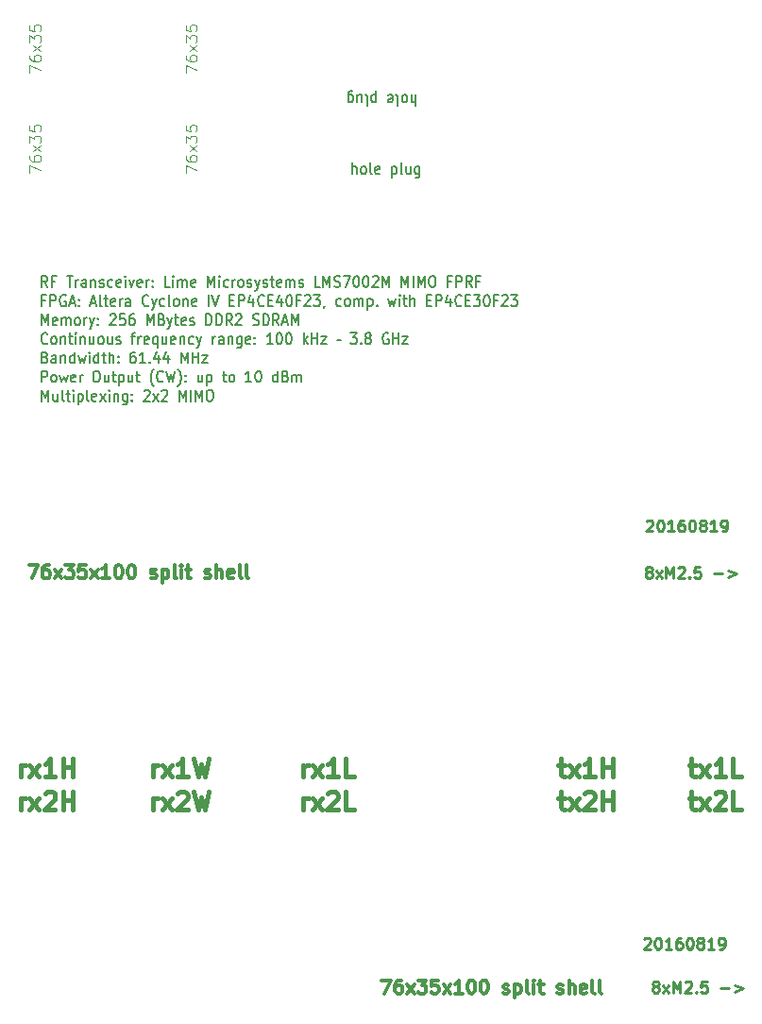
<source format=gto>
%MOIN*%
%OFA0B0*%
%FSLAX46Y46*%
%IPPOS*%
%LPD*%
%ADD10C,0.005905511811023622*%
%ADD11C,0.00984251968503937*%
%ADD12C,0.011811023622047244*%
%ADD13C,0.015748031496062995*%
%ADD14C,0.027559055118110236*%
%ADD15C,0.053149606299212608*%
%ADD16C,0.11811023622047245*%
%ADD17C,0.01*%
%ADD28C,0.005905511811023622*%
%ADD29C,0.00984251968503937*%
%ADD30C,0.0078740157480314977*%
%ADD31C,0.011811023622047244*%
%ADD32C,0.027559055118110236*%
%ADD33C,0.053149606299212608*%
%ADD34C,0.11811023622047245*%
%ADD35C,0.01*%
%ADD46C,0.005905511811023622*%
%ADD47C,0.0039370078740157488*%
%ADD48C,0.21653543307086615*%
%ADD49C,0.01*%
%ADD60C,0.005905511811023622*%
%ADD61C,0.0039370078740157488*%
%ADD62C,0.21653543307086615*%
%ADD63C,0.01*%
%ADD74C,0.005905511811023622*%
%ADD75C,0.0039370078740157488*%
%ADD76C,0.21653543307086615*%
%ADD77C,0.01*%
%ADD88C,0.005905511811023622*%
%ADD89C,0.0039370078740157488*%
%ADD90C,0.21653543307086615*%
%ADD91C,0.01*%
%ADD102C,0.005905511811023622*%
%ADD103C,0.0078740157480314977*%
%ADD104C,0.01*%
%ADD115C,0.005905511811023622*%
%ADD116C,0.0078740157480314977*%
%ADD117C,0.01*%
%LPD*%
G01G01G01G01G01G01G01G01*
D10*
D11*
X0002415471Y0000296550D02*
X0002417346Y0000298425D01*
X0002421095Y0000300300D01*
X0002430469Y0000300300D01*
X0002434219Y0000298425D01*
X0002436093Y0000296550D01*
X0002437968Y0000292800D01*
X0002437968Y0000289051D01*
X0002436093Y0000283427D01*
X0002413596Y0000260929D01*
X0002437968Y0000260929D01*
X0002462340Y0000300300D02*
X0002466090Y0000300300D01*
X0002469839Y0000298425D01*
X0002471714Y0000296550D01*
X0002473589Y0000292800D01*
X0002475463Y0000285301D01*
X0002475463Y0000275928D01*
X0002473589Y0000268428D01*
X0002471714Y0000264679D01*
X0002469839Y0000262804D01*
X0002466090Y0000260929D01*
X0002462340Y0000260929D01*
X0002458591Y0000262804D01*
X0002456716Y0000264679D01*
X0002454841Y0000268428D01*
X0002452966Y0000275928D01*
X0002452966Y0000285301D01*
X0002454841Y0000292800D01*
X0002456716Y0000296550D01*
X0002458591Y0000298425D01*
X0002462340Y0000300300D01*
X0002512959Y0000260929D02*
X0002490462Y0000260929D01*
X0002501710Y0000260929D02*
X0002501710Y0000300300D01*
X0002497961Y0000294675D01*
X0002494211Y0000290926D01*
X0002490462Y0000289051D01*
X0002546705Y0000300300D02*
X0002539206Y0000300300D01*
X0002535456Y0000298425D01*
X0002533581Y0000296550D01*
X0002529832Y0000290926D01*
X0002527957Y0000283427D01*
X0002527957Y0000268428D01*
X0002529832Y0000264679D01*
X0002531706Y0000262804D01*
X0002535456Y0000260929D01*
X0002542954Y0000260929D01*
X0002546705Y0000262804D01*
X0002548579Y0000264679D01*
X0002550454Y0000268428D01*
X0002550454Y0000277802D01*
X0002548579Y0000281552D01*
X0002546705Y0000283427D01*
X0002542954Y0000285301D01*
X0002535456Y0000285301D01*
X0002531706Y0000283427D01*
X0002529832Y0000281552D01*
X0002527957Y0000277802D01*
X0002574826Y0000300300D02*
X0002578576Y0000300300D01*
X0002582325Y0000298425D01*
X0002584200Y0000296550D01*
X0002586075Y0000292800D01*
X0002587949Y0000285301D01*
X0002587949Y0000275928D01*
X0002586075Y0000268428D01*
X0002584200Y0000264679D01*
X0002582325Y0000262804D01*
X0002578576Y0000260929D01*
X0002574826Y0000260929D01*
X0002571077Y0000262804D01*
X0002569202Y0000264679D01*
X0002567326Y0000268428D01*
X0002565452Y0000275928D01*
X0002565452Y0000285301D01*
X0002567326Y0000292800D01*
X0002569202Y0000296550D01*
X0002571077Y0000298425D01*
X0002574826Y0000300300D01*
X0002610447Y0000283427D02*
X0002606697Y0000285301D01*
X0002604822Y0000287176D01*
X0002602948Y0000290926D01*
X0002602948Y0000292800D01*
X0002604822Y0000296550D01*
X0002606697Y0000298425D01*
X0002610447Y0000300300D01*
X0002617946Y0000300300D01*
X0002621695Y0000298425D01*
X0002623570Y0000296550D01*
X0002625445Y0000292800D01*
X0002625445Y0000290926D01*
X0002623570Y0000287176D01*
X0002621695Y0000285301D01*
X0002617946Y0000283427D01*
X0002610447Y0000283427D01*
X0002606697Y0000281552D01*
X0002604822Y0000279677D01*
X0002602948Y0000275928D01*
X0002602948Y0000268428D01*
X0002604822Y0000264679D01*
X0002606697Y0000262804D01*
X0002610447Y0000260929D01*
X0002617946Y0000260929D01*
X0002621695Y0000262804D01*
X0002623570Y0000264679D01*
X0002625445Y0000268428D01*
X0002625445Y0000275928D01*
X0002623570Y0000279677D01*
X0002621695Y0000281552D01*
X0002617946Y0000283427D01*
X0002662940Y0000260929D02*
X0002640443Y0000260929D01*
X0002651691Y0000260929D02*
X0002651691Y0000300300D01*
X0002647942Y0000294675D01*
X0002644192Y0000290926D01*
X0002640443Y0000289051D01*
X0002681687Y0000260929D02*
X0002689187Y0000260929D01*
X0002692936Y0000262804D01*
X0002694811Y0000264679D01*
X0002698561Y0000270303D01*
X0002700435Y0000277802D01*
X0002700435Y0000292800D01*
X0002698561Y0000296550D01*
X0002696686Y0000298425D01*
X0002692936Y0000300300D01*
X0002685437Y0000300300D01*
X0002681687Y0000298425D01*
X0002679813Y0000296550D01*
X0002677937Y0000292800D01*
X0002677937Y0000283427D01*
X0002679813Y0000279677D01*
X0002681687Y0000277802D01*
X0002685437Y0000275928D01*
X0002692936Y0000275928D01*
X0002696686Y0000277802D01*
X0002698561Y0000279677D01*
X0002700435Y0000283427D01*
X0002453285Y0000129883D02*
X0002449535Y0000131758D01*
X0002447661Y0000133633D01*
X0002445786Y0000137382D01*
X0002445786Y0000139257D01*
X0002447661Y0000143007D01*
X0002449535Y0000144881D01*
X0002453285Y0000146756D01*
X0002460784Y0000146756D01*
X0002464534Y0000144881D01*
X0002466408Y0000143007D01*
X0002468283Y0000139257D01*
X0002468283Y0000137382D01*
X0002466408Y0000133633D01*
X0002464534Y0000131758D01*
X0002460784Y0000129883D01*
X0002453285Y0000129883D01*
X0002449535Y0000128009D01*
X0002447661Y0000126134D01*
X0002445786Y0000122384D01*
X0002445786Y0000114884D01*
X0002447661Y0000111136D01*
X0002449535Y0000109261D01*
X0002453285Y0000107386D01*
X0002460784Y0000107386D01*
X0002464534Y0000109261D01*
X0002466408Y0000111136D01*
X0002468283Y0000114884D01*
X0002468283Y0000122384D01*
X0002466408Y0000126134D01*
X0002464534Y0000128009D01*
X0002460784Y0000129883D01*
X0002481407Y0000107386D02*
X0002502029Y0000133633D01*
X0002481407Y0000133633D02*
X0002502029Y0000107386D01*
X0002517027Y0000107386D02*
X0002517027Y0000146756D01*
X0002530149Y0000118635D01*
X0002543274Y0000146756D01*
X0002543274Y0000107386D01*
X0002560147Y0000143007D02*
X0002562021Y0000144881D01*
X0002565771Y0000146756D01*
X0002575145Y0000146756D01*
X0002578893Y0000144881D01*
X0002580769Y0000143007D01*
X0002582644Y0000139257D01*
X0002582644Y0000135508D01*
X0002580769Y0000129883D01*
X0002558272Y0000107386D01*
X0002582644Y0000107386D01*
X0002599517Y0000111136D02*
X0002601392Y0000109261D01*
X0002599517Y0000107386D01*
X0002597642Y0000109261D01*
X0002599517Y0000111136D01*
X0002599517Y0000107386D01*
X0002637012Y0000146756D02*
X0002618264Y0000146756D01*
X0002616390Y0000128009D01*
X0002618264Y0000129883D01*
X0002622014Y0000131758D01*
X0002631388Y0000131758D01*
X0002635137Y0000129883D01*
X0002637012Y0000128009D01*
X0002638886Y0000124259D01*
X0002638886Y0000114884D01*
X0002637012Y0000111136D01*
X0002635137Y0000109261D01*
X0002631388Y0000107386D01*
X0002622014Y0000107386D01*
X0002618264Y0000109261D01*
X0002616390Y0000111136D01*
X0002685756Y0000122384D02*
X0002715752Y0000122384D01*
X0002734500Y0000133633D02*
X0002764496Y0000122384D01*
X0002734500Y0000111136D01*
D12*
X0001488694Y0000151462D02*
X0001520190Y0000151462D01*
X0001499943Y0000104218D01*
X0001558436Y0000151462D02*
X0001549437Y0000151462D01*
X0001544938Y0000149212D01*
X0001542688Y0000146962D01*
X0001538188Y0000140213D01*
X0001535938Y0000131214D01*
X0001535938Y0000113217D01*
X0001538188Y0000108717D01*
X0001540438Y0000106467D01*
X0001544938Y0000104218D01*
X0001553936Y0000104218D01*
X0001558436Y0000106467D01*
X0001560686Y0000108717D01*
X0001562935Y0000113217D01*
X0001562935Y0000124465D01*
X0001560686Y0000128965D01*
X0001558436Y0000131214D01*
X0001553936Y0000133464D01*
X0001544938Y0000133464D01*
X0001540438Y0000131214D01*
X0001538188Y0000128965D01*
X0001535938Y0000124465D01*
X0001578682Y0000104218D02*
X0001603430Y0000135714D01*
X0001578682Y0000135714D02*
X0001603430Y0000104218D01*
X0001616928Y0000151462D02*
X0001646175Y0000151462D01*
X0001630427Y0000133464D01*
X0001637176Y0000133464D01*
X0001641676Y0000131214D01*
X0001643925Y0000128965D01*
X0001646175Y0000124465D01*
X0001646175Y0000113217D01*
X0001643925Y0000108717D01*
X0001641676Y0000106467D01*
X0001637176Y0000104218D01*
X0001623678Y0000104218D01*
X0001619178Y0000106467D01*
X0001616928Y0000108717D01*
X0001688920Y0000151462D02*
X0001666422Y0000151462D01*
X0001664171Y0000128965D01*
X0001666422Y0000131214D01*
X0001670922Y0000133464D01*
X0001682170Y0000133464D01*
X0001686670Y0000131214D01*
X0001688920Y0000128965D01*
X0001691169Y0000124465D01*
X0001691169Y0000113217D01*
X0001688920Y0000108717D01*
X0001686670Y0000106467D01*
X0001682170Y0000104218D01*
X0001670922Y0000104218D01*
X0001666422Y0000106467D01*
X0001664171Y0000108717D01*
X0001706917Y0000104218D02*
X0001731664Y0000135714D01*
X0001706917Y0000135714D02*
X0001731664Y0000104218D01*
X0001774409Y0000104218D02*
X0001747412Y0000104218D01*
X0001760910Y0000104218D02*
X0001760910Y0000151462D01*
X0001756411Y0000144713D01*
X0001751912Y0000140213D01*
X0001747412Y0000137964D01*
X0001803653Y0000151462D02*
X0001808155Y0000151462D01*
X0001812654Y0000149212D01*
X0001814904Y0000146962D01*
X0001817154Y0000142463D01*
X0001819403Y0000133464D01*
X0001819403Y0000122214D01*
X0001817154Y0000113217D01*
X0001814904Y0000108717D01*
X0001812654Y0000106467D01*
X0001808155Y0000104218D01*
X0001803653Y0000104218D01*
X0001799156Y0000106467D01*
X0001796906Y0000108717D01*
X0001794656Y0000113217D01*
X0001792407Y0000122214D01*
X0001792407Y0000133464D01*
X0001794656Y0000142463D01*
X0001796906Y0000146962D01*
X0001799156Y0000149212D01*
X0001803653Y0000151462D01*
X0001848650Y0000151462D02*
X0001853149Y0000151462D01*
X0001857649Y0000149212D01*
X0001859898Y0000146962D01*
X0001862148Y0000142463D01*
X0001864398Y0000133464D01*
X0001864398Y0000122214D01*
X0001862148Y0000113217D01*
X0001859898Y0000108717D01*
X0001857649Y0000106467D01*
X0001853149Y0000104218D01*
X0001848650Y0000104218D01*
X0001844150Y0000106467D01*
X0001841900Y0000108717D01*
X0001839651Y0000113217D01*
X0001837401Y0000122214D01*
X0001837401Y0000133464D01*
X0001839651Y0000142463D01*
X0001841900Y0000146962D01*
X0001844150Y0000149212D01*
X0001848650Y0000151462D01*
X0001918391Y0000106467D02*
X0001922890Y0000104218D01*
X0001931889Y0000104218D01*
X0001936389Y0000106467D01*
X0001938638Y0000110967D01*
X0001938638Y0000113217D01*
X0001936389Y0000117716D01*
X0001931889Y0000119966D01*
X0001925140Y0000119966D01*
X0001920641Y0000122214D01*
X0001918391Y0000126715D01*
X0001918391Y0000128965D01*
X0001920641Y0000133464D01*
X0001925140Y0000135714D01*
X0001931889Y0000135714D01*
X0001936389Y0000133464D01*
X0001958884Y0000135714D02*
X0001958884Y0000088470D01*
X0001958884Y0000133464D02*
X0001963385Y0000135714D01*
X0001972384Y0000135714D01*
X0001976884Y0000133464D01*
X0001979133Y0000131214D01*
X0001981383Y0000126715D01*
X0001981383Y0000113217D01*
X0001979133Y0000108717D01*
X0001976884Y0000106467D01*
X0001972384Y0000104218D01*
X0001963385Y0000104218D01*
X0001958884Y0000106467D01*
X0002008379Y0000104218D02*
X0002003880Y0000106467D01*
X0002001631Y0000110967D01*
X0002001631Y0000151462D01*
X0002026377Y0000104218D02*
X0002026377Y0000135714D01*
X0002026377Y0000151462D02*
X0002024128Y0000149212D01*
X0002026377Y0000146962D01*
X0002028627Y0000149212D01*
X0002026377Y0000151462D01*
X0002026377Y0000146962D01*
X0002042125Y0000135714D02*
X0002060123Y0000135714D01*
X0002048874Y0000151462D02*
X0002048874Y0000110967D01*
X0002051124Y0000106467D01*
X0002055624Y0000104218D01*
X0002060123Y0000104218D01*
X0002109617Y0000106467D02*
X0002114116Y0000104218D01*
X0002123115Y0000104218D01*
X0002127615Y0000106467D01*
X0002129865Y0000110967D01*
X0002129865Y0000113217D01*
X0002127615Y0000117716D01*
X0002123115Y0000119966D01*
X0002116366Y0000119966D01*
X0002111867Y0000122214D01*
X0002109617Y0000126715D01*
X0002109617Y0000128965D01*
X0002111867Y0000133464D01*
X0002116366Y0000135714D01*
X0002123115Y0000135714D01*
X0002127615Y0000133464D01*
X0002150112Y0000104218D02*
X0002150112Y0000151462D01*
X0002170359Y0000104218D02*
X0002170359Y0000128965D01*
X0002168110Y0000133464D01*
X0002163610Y0000135714D01*
X0002156861Y0000135714D01*
X0002152362Y0000133464D01*
X0002150112Y0000131214D01*
X0002210854Y0000106467D02*
X0002206355Y0000104218D01*
X0002197356Y0000104218D01*
X0002192857Y0000106467D01*
X0002190607Y0000110967D01*
X0002190607Y0000128965D01*
X0002192857Y0000133464D01*
X0002197356Y0000135714D01*
X0002206355Y0000135714D01*
X0002210854Y0000133464D01*
X0002213104Y0000128965D01*
X0002213104Y0000124465D01*
X0002190607Y0000119966D01*
X0002240101Y0000104218D02*
X0002235601Y0000106467D01*
X0002233352Y0000110967D01*
X0002233352Y0000151462D01*
X0002264848Y0000104218D02*
X0002260348Y0000106467D01*
X0002258098Y0000110967D01*
X0002258098Y0000151462D01*
D13*
X0002573940Y0000794600D02*
X0002597937Y0000794600D01*
X0002582939Y0000815598D02*
X0002582939Y0000761604D01*
X0002585938Y0000755605D01*
X0002591938Y0000752605D01*
X0002597937Y0000752605D01*
X0002612935Y0000752605D02*
X0002645931Y0000794600D01*
X0002612935Y0000794600D02*
X0002645931Y0000752605D01*
X0002666929Y0000809598D02*
X0002669928Y0000812598D01*
X0002675927Y0000815598D01*
X0002690926Y0000815598D01*
X0002696925Y0000812598D01*
X0002699925Y0000809598D01*
X0002702924Y0000803599D01*
X0002702924Y0000797600D01*
X0002699925Y0000788600D01*
X0002663929Y0000752605D01*
X0002702924Y0000752605D01*
X0002759917Y0000752605D02*
X0002729921Y0000752605D01*
X0002729921Y0000815598D01*
X0002112110Y0000794600D02*
X0002136107Y0000794600D01*
X0002121109Y0000815598D02*
X0002121109Y0000761604D01*
X0002124109Y0000755605D01*
X0002130108Y0000752605D01*
X0002136107Y0000752605D01*
X0002151106Y0000752605D02*
X0002184101Y0000794600D01*
X0002151106Y0000794600D02*
X0002184101Y0000752605D01*
X0002205099Y0000809598D02*
X0002208098Y0000812598D01*
X0002214098Y0000815598D01*
X0002229096Y0000815598D01*
X0002235095Y0000812598D01*
X0002238095Y0000809598D01*
X0002241094Y0000803599D01*
X0002241094Y0000797600D01*
X0002238095Y0000788600D01*
X0002202099Y0000752605D01*
X0002241094Y0000752605D01*
X0002268091Y0000752605D02*
X0002268091Y0000815598D01*
X0002268091Y0000785600D02*
X0002304086Y0000785600D01*
X0002304086Y0000752605D02*
X0002304086Y0000815598D01*
X0001212542Y0000752605D02*
X0001212542Y0000794600D01*
X0001212542Y0000782602D02*
X0001215541Y0000788600D01*
X0001218541Y0000791600D01*
X0001224540Y0000794600D01*
X0001230539Y0000794600D01*
X0001245538Y0000752605D02*
X0001278533Y0000794600D01*
X0001245538Y0000794600D02*
X0001278533Y0000752605D01*
X0001299531Y0000809598D02*
X0001302530Y0000812598D01*
X0001308530Y0000815598D01*
X0001323528Y0000815598D01*
X0001329527Y0000812598D01*
X0001332527Y0000809598D01*
X0001335526Y0000803599D01*
X0001335526Y0000797600D01*
X0001332527Y0000788600D01*
X0001296531Y0000752605D01*
X0001335526Y0000752605D01*
X0001392519Y0000752605D02*
X0001362521Y0000752605D01*
X0001362521Y0000815598D01*
X0000681177Y0000752605D02*
X0000681177Y0000794600D01*
X0000681177Y0000782602D02*
X0000684176Y0000788600D01*
X0000687176Y0000791600D01*
X0000693175Y0000794600D01*
X0000699175Y0000794600D01*
X0000714173Y0000752605D02*
X0000747168Y0000794600D01*
X0000714173Y0000794600D02*
X0000747168Y0000752605D01*
X0000768166Y0000809598D02*
X0000771166Y0000812598D01*
X0000777165Y0000815598D01*
X0000792162Y0000815598D01*
X0000798162Y0000812598D01*
X0000801162Y0000809598D01*
X0000804161Y0000803599D01*
X0000804161Y0000797600D01*
X0000801162Y0000788600D01*
X0000765166Y0000752605D01*
X0000804161Y0000752605D01*
X0000825159Y0000815598D02*
X0000840157Y0000752605D01*
X0000852155Y0000797600D01*
X0000864154Y0000752605D01*
X0000879152Y0000815598D01*
X0000213704Y0000752605D02*
X0000213704Y0000794600D01*
X0000213704Y0000782602D02*
X0000216704Y0000788600D01*
X0000219702Y0000791600D01*
X0000225703Y0000794600D01*
X0000231702Y0000794600D01*
X0000246700Y0000752605D02*
X0000279696Y0000794600D01*
X0000246700Y0000794600D02*
X0000279696Y0000752605D01*
X0000300693Y0000809598D02*
X0000303693Y0000812598D01*
X0000309692Y0000815598D01*
X0000324690Y0000815598D01*
X0000330689Y0000812598D01*
X0000333689Y0000809598D01*
X0000336689Y0000803599D01*
X0000336689Y0000797600D01*
X0000333689Y0000788600D01*
X0000297694Y0000752605D01*
X0000336689Y0000752605D01*
X0000363685Y0000752605D02*
X0000363685Y0000815598D01*
X0000363685Y0000785600D02*
X0000399681Y0000785600D01*
X0000399681Y0000752605D02*
X0000399681Y0000815598D01*
X0000213704Y0000868747D02*
X0000213704Y0000910742D01*
X0000213704Y0000898743D02*
X0000216704Y0000904743D01*
X0000219702Y0000907742D01*
X0000225703Y0000910742D01*
X0000231702Y0000910742D01*
X0000246700Y0000868747D02*
X0000279696Y0000910742D01*
X0000246700Y0000910742D02*
X0000279696Y0000868747D01*
X0000336689Y0000868747D02*
X0000300693Y0000868747D01*
X0000318691Y0000868747D02*
X0000318691Y0000931739D01*
X0000312692Y0000922740D01*
X0000306692Y0000916741D01*
X0000300693Y0000913742D01*
X0000363685Y0000868747D02*
X0000363685Y0000931739D01*
X0000363685Y0000901743D02*
X0000399681Y0000901743D01*
X0000399681Y0000868747D02*
X0000399681Y0000931739D01*
X0000681177Y0000868747D02*
X0000681177Y0000910742D01*
X0000681177Y0000898743D02*
X0000684176Y0000904743D01*
X0000687176Y0000907742D01*
X0000693175Y0000910742D01*
X0000699175Y0000910742D01*
X0000714173Y0000868747D02*
X0000747168Y0000910742D01*
X0000714173Y0000910742D02*
X0000747168Y0000868747D01*
X0000804161Y0000868747D02*
X0000768166Y0000868747D01*
X0000786164Y0000868747D02*
X0000786164Y0000931739D01*
X0000780164Y0000922740D01*
X0000774165Y0000916741D01*
X0000768166Y0000913742D01*
X0000825159Y0000931739D02*
X0000840157Y0000868747D01*
X0000852155Y0000913742D01*
X0000864154Y0000868747D01*
X0000879152Y0000931739D01*
X0001212542Y0000868747D02*
X0001212542Y0000910742D01*
X0001212542Y0000898743D02*
X0001215541Y0000904743D01*
X0001218541Y0000907742D01*
X0001224540Y0000910742D01*
X0001230539Y0000910742D01*
X0001245538Y0000868747D02*
X0001278533Y0000910742D01*
X0001245538Y0000910742D02*
X0001278533Y0000868747D01*
X0001335526Y0000868747D02*
X0001299531Y0000868747D01*
X0001317529Y0000868747D02*
X0001317529Y0000931739D01*
X0001311529Y0000922740D01*
X0001305530Y0000916741D01*
X0001299531Y0000913742D01*
X0001392519Y0000868747D02*
X0001362521Y0000868747D01*
X0001362521Y0000931739D01*
X0002112110Y0000910742D02*
X0002136107Y0000910742D01*
X0002121109Y0000931739D02*
X0002121109Y0000877746D01*
X0002124109Y0000871747D01*
X0002130108Y0000868747D01*
X0002136107Y0000868747D01*
X0002151106Y0000868747D02*
X0002184101Y0000910742D01*
X0002151106Y0000910742D02*
X0002184101Y0000868747D01*
X0002241094Y0000868747D02*
X0002205099Y0000868747D01*
X0002223097Y0000868747D02*
X0002223097Y0000931739D01*
X0002217097Y0000922740D01*
X0002211098Y0000916741D01*
X0002205099Y0000913742D01*
X0002268091Y0000868747D02*
X0002268091Y0000931739D01*
X0002268091Y0000901743D02*
X0002304086Y0000901743D01*
X0002304086Y0000868747D02*
X0002304086Y0000931739D01*
X0002573940Y0000910742D02*
X0002597937Y0000910742D01*
X0002582939Y0000931739D02*
X0002582939Y0000877746D01*
X0002585938Y0000871747D01*
X0002591938Y0000868747D01*
X0002597937Y0000868747D01*
X0002612935Y0000868747D02*
X0002645931Y0000910742D01*
X0002612935Y0000910742D02*
X0002645931Y0000868747D01*
X0002702924Y0000868747D02*
X0002666929Y0000868747D01*
X0002684926Y0000868747D02*
X0002684926Y0000931739D01*
X0002678927Y0000922740D01*
X0002672928Y0000916741D01*
X0002666929Y0000913742D01*
X0002759917Y0000868747D02*
X0002729921Y0000868747D01*
X0002729921Y0000931739D01*
%LPC*%
D14*
X0002651181Y0000637401D02*
X0002651181Y0000481101D01*
D15*
X0002687007Y0000559448D02*
G75*
G03G03G03G03X0002687007Y0000559448I-0000150787D01X0002687007Y0000559448I-0000150787D01X0002687007Y0000559448I-0000150787D01G03G03X0002687007Y0000559448I-0000150787D01G03G03X0002687007Y0000559448I-0000150787D01X0002687007Y0000559448I-0000150787D01X0002687007Y0000559448I-0000150787D01X0002687007Y0000559448I-0000150787D01*
G01G01G01G01G01G01G01G01*
D16*
X0002640944Y0000559448D02*
G75*
G03G03G03G03X0002640944Y0000559448I-0000104724D01X0002640944Y0000559448I-0000104724D01X0002640944Y0000559448I-0000104724D01G03G03X0002640944Y0000559448I-0000104724D01G03G03X0002640944Y0000559448I-0000104724D01X0002640944Y0000559448I-0000104724D01X0002640944Y0000559448I-0000104724D01X0002640944Y0000559448I-0000104724D01*
G01G01G01G01G01G01G01G01*
D14*
X0002139370Y0000637401D02*
X0002139370Y0000481101D01*
D15*
X0002175196Y0000559448D02*
G75*
G03G03G03G03X0002175196Y0000559448I-0000150787D01X0002175196Y0000559448I-0000150787D01X0002175196Y0000559448I-0000150787D01G03G03X0002175196Y0000559448I-0000150787D01G03G03X0002175196Y0000559448I-0000150787D01X0002175196Y0000559448I-0000150787D01X0002175196Y0000559448I-0000150787D01X0002175196Y0000559448I-0000150787D01*
G01G01G01G01G01G01G01G01*
D16*
X0002129133Y0000559448D02*
G75*
G03G03G03G03X0002129133Y0000559448I-0000104724D01X0002129133Y0000559448I-0000104724D01X0002129133Y0000559448I-0000104724D01G03G03X0002129133Y0000559448I-0000104724D01G03G03X0002129133Y0000559448I-0000104724D01X0002129133Y0000559448I-0000104724D01X0002129133Y0000559448I-0000104724D01X0002129133Y0000559448I-0000104724D01*
G01G01G01G01G01G01G01G01*
D14*
X0002651181Y0001188582D02*
X0002651181Y0001032283D01*
D15*
X0002687007Y0001110629D02*
G75*
G03G03G03G03X0002687007Y0001110629I-0000150787D01X0002687007Y0001110629I-0000150787D01X0002687007Y0001110629I-0000150787D01G03G03X0002687007Y0001110629I-0000150787D01G03G03X0002687007Y0001110629I-0000150787D01X0002687007Y0001110629I-0000150787D01X0002687007Y0001110629I-0000150787D01X0002687007Y0001110629I-0000150787D01*
G01G01G01G01G01G01G01G01*
D16*
X0002640944Y0001110629D02*
G75*
G03G03G03G03X0002640944Y0001110629I-0000104724D01X0002640944Y0001110629I-0000104724D01X0002640944Y0001110629I-0000104724D01G03G03X0002640944Y0001110629I-0000104724D01G03G03X0002640944Y0001110629I-0000104724D01X0002640944Y0001110629I-0000104724D01X0002640944Y0001110629I-0000104724D01X0002640944Y0001110629I-0000104724D01*
G01G01G01G01G01G01G01G01*
D14*
X0002139370Y0001188582D02*
X0002139370Y0001032283D01*
D15*
X0002175196Y0001110629D02*
G75*
G03G03G03G03X0002175196Y0001110629I-0000150787D01X0002175196Y0001110629I-0000150787D01X0002175196Y0001110629I-0000150787D01G03G03X0002175196Y0001110629I-0000150787D01G03G03X0002175196Y0001110629I-0000150787D01X0002175196Y0001110629I-0000150787D01X0002175196Y0001110629I-0000150787D01X0002175196Y0001110629I-0000150787D01*
G01G01G01G01G01G01G01G01*
D16*
X0002129133Y0001110629D02*
G75*
G03G03G03G03X0002129133Y0001110629I-0000104724D01X0002129133Y0001110629I-0000104724D01X0002129133Y0001110629I-0000104724D01G03G03X0002129133Y0001110629I-0000104724D01G03G03X0002129133Y0001110629I-0000104724D01X0002129133Y0001110629I-0000104724D01X0002129133Y0001110629I-0000104724D01X0002129133Y0001110629I-0000104724D01*
G01G01G01G01G01G01G01G01*
D14*
X0001588188Y0000637401D02*
X0001588188Y0000481101D01*
D15*
X0001624015Y0000559448D02*
G75*
G03G03G03G03X0001624015Y0000559448I-0000150787D01X0001624015Y0000559448I-0000150787D01X0001624015Y0000559448I-0000150787D01G03G03X0001624015Y0000559448I-0000150787D01G03G03X0001624015Y0000559448I-0000150787D01X0001624015Y0000559448I-0000150787D01X0001624015Y0000559448I-0000150787D01X0001624015Y0000559448I-0000150787D01*
G01G01G01G01G01G01G01G01*
D16*
X0001577952Y0000559448D02*
G75*
G03G03G03G03X0001577952Y0000559448I-0000104724D01X0001577952Y0000559448I-0000104724D01X0001577952Y0000559448I-0000104724D01G03G03X0001577952Y0000559448I-0000104724D01G03G03X0001577952Y0000559448I-0000104724D01X0001577952Y0000559448I-0000104724D01X0001577952Y0000559448I-0000104724D01X0001577952Y0000559448I-0000104724D01*
G01G01G01G01G01G01G01G01*
D14*
X0001076377Y0000637401D02*
X0001076377Y0000481101D01*
D15*
X0001112204Y0000559448D02*
G75*
G03G03G03G03X0001112204Y0000559448I-0000150787D01X0001112204Y0000559448I-0000150787D01X0001112204Y0000559448I-0000150787D01G03G03X0001112204Y0000559448I-0000150787D01G03G03X0001112204Y0000559448I-0000150787D01X0001112204Y0000559448I-0000150787D01X0001112204Y0000559448I-0000150787D01X0001112204Y0000559448I-0000150787D01*
G01G01G01G01G01G01G01G01*
D16*
X0001066141Y0000559448D02*
G75*
G03G03G03G03X0001066141Y0000559448I-0000104724D01X0001066141Y0000559448I-0000104724D01X0001066141Y0000559448I-0000104724D01G03G03X0001066141Y0000559448I-0000104724D01G03G03X0001066141Y0000559448I-0000104724D01X0001066141Y0000559448I-0000104724D01X0001066141Y0000559448I-0000104724D01X0001066141Y0000559448I-0000104724D01*
G01G01G01G01G01G01G01G01*
D14*
X0000564566Y0000637401D02*
X0000564566Y0000481101D01*
D15*
X0000600393Y0000559448D02*
G75*
G03G03G03G03X0000600393Y0000559448I-0000150787D01X0000600393Y0000559448I-0000150787D01X0000600393Y0000559448I-0000150787D01G03G03X0000600393Y0000559448I-0000150787D01G03G03X0000600393Y0000559448I-0000150787D01X0000600393Y0000559448I-0000150787D01X0000600393Y0000559448I-0000150787D01X0000600393Y0000559448I-0000150787D01*
G01G01G01G01G01G01G01G01*
D16*
X0000554330Y0000559448D02*
G75*
G03G03G03G03X0000554330Y0000559448I-0000104724D01X0000554330Y0000559448I-0000104724D01X0000554330Y0000559448I-0000104724D01G03G03X0000554330Y0000559448I-0000104724D01G03G03X0000554330Y0000559448I-0000104724D01X0000554330Y0000559448I-0000104724D01X0000554330Y0000559448I-0000104724D01X0000554330Y0000559448I-0000104724D01*
G01G01G01G01G01G01G01G01*
D14*
X0001588188Y0001188582D02*
X0001588188Y0001032283D01*
D15*
X0001624015Y0001110629D02*
G75*
G03G03G03G03X0001624015Y0001110629I-0000150787D01X0001624015Y0001110629I-0000150787D01X0001624015Y0001110629I-0000150787D01G03G03X0001624015Y0001110629I-0000150787D01G03G03X0001624015Y0001110629I-0000150787D01X0001624015Y0001110629I-0000150787D01X0001624015Y0001110629I-0000150787D01X0001624015Y0001110629I-0000150787D01*
G01G01G01G01G01G01G01G01*
D16*
X0001577952Y0001110629D02*
G75*
G03G03G03G03X0001577952Y0001110629I-0000104724D01X0001577952Y0001110629I-0000104724D01X0001577952Y0001110629I-0000104724D01G03G03X0001577952Y0001110629I-0000104724D01G03G03X0001577952Y0001110629I-0000104724D01X0001577952Y0001110629I-0000104724D01X0001577952Y0001110629I-0000104724D01X0001577952Y0001110629I-0000104724D01*
G01G01G01G01G01G01G01G01*
D14*
X0001076377Y0001188582D02*
X0001076377Y0001032283D01*
D15*
X0001112204Y0001110629D02*
G75*
G03G03G03G03X0001112204Y0001110629I-0000150787D01X0001112204Y0001110629I-0000150787D01X0001112204Y0001110629I-0000150787D01G03G03X0001112204Y0001110629I-0000150787D01G03G03X0001112204Y0001110629I-0000150787D01X0001112204Y0001110629I-0000150787D01X0001112204Y0001110629I-0000150787D01X0001112204Y0001110629I-0000150787D01*
G01G01G01G01G01G01G01G01*
D16*
X0001066141Y0001110629D02*
G75*
G03G03G03G03X0001066141Y0001110629I-0000104724D01X0001066141Y0001110629I-0000104724D01X0001066141Y0001110629I-0000104724D01G03G03X0001066141Y0001110629I-0000104724D01G03G03X0001066141Y0001110629I-0000104724D01X0001066141Y0001110629I-0000104724D01X0001066141Y0001110629I-0000104724D01X0001066141Y0001110629I-0000104724D01*
G01G01G01G01G01G01G01G01*
D14*
X0000564566Y0001188582D02*
X0000564566Y0001032283D01*
D15*
X0000600393Y0001110629D02*
G75*
G03G03G03G03X0000600393Y0001110629I-0000150787D01X0000600393Y0001110629I-0000150787D01X0000600393Y0001110629I-0000150787D01G03G03X0000600393Y0001110629I-0000150787D01G03G03X0000600393Y0001110629I-0000150787D01X0000600393Y0001110629I-0000150787D01X0000600393Y0001110629I-0000150787D01X0000600393Y0001110629I-0000150787D01*
G01G01G01G01G01G01G01G01*
D16*
X0000554330Y0001110629D02*
G75*
G03G03G03G03X0000554330Y0001110629I-0000104724D01X0000554330Y0001110629I-0000104724D01X0000554330Y0001110629I-0000104724D01G03G03X0000554330Y0001110629I-0000104724D01G03G03X0000554330Y0001110629I-0000104724D01X0000554330Y0001110629I-0000104724D01X0000554330Y0001110629I-0000104724D01X0000554330Y0001110629I-0000104724D01*
G01G01G01G01G01G01G01G01*
D17*
G36*
X0002889560Y0001404843D02*
X0002890990Y0001306178D01*
X0000089557Y0001304609D01*
X0000087766Y0001405235D01*
X0002889560Y0001404843D01*
X0002889560Y0001404843D01*
G37*
X0002889560Y0001404843D02*
X0002890990Y0001306178D01*
X0000089557Y0001304609D01*
X0000087766Y0001405235D01*
X0002889560Y0001404843D01*
G36*
X0002881218Y0000072887D02*
X0002881969Y-0000024530D01*
X0000080535Y-0000026099D01*
X0000079425Y0000073279D01*
X0002881218Y0000072887D01*
X0002881218Y0000072887D01*
G37*
X0002881218Y0000072887D02*
X0002881969Y-0000024530D01*
X0000080535Y-0000026099D01*
X0000079425Y0000073279D01*
X0002881218Y0000072887D01*
G36*
X0003043031Y-0000026102D02*
X0002805000Y-0000026102D01*
X0002805000Y0001404842D01*
X0003043031Y0001404842D01*
X0003043031Y-0000026102D01*
X0003043031Y-0000026102D01*
G37*
X0003043031Y-0000026102D02*
X0002805000Y-0000026102D01*
X0002805000Y0001404842D01*
X0003043031Y0001404842D01*
X0003043031Y-0000026102D01*
G36*
X0000188700Y-0000024797D02*
X-0000049330Y-0000024797D01*
X-0000049330Y0001406147D01*
X0000188700Y0001406147D01*
X0000188700Y-0000024797D01*
X0000188700Y-0000024797D01*
G37*
X0000188700Y-0000024797D02*
X-0000049330Y-0000024797D01*
X-0000049330Y0001406147D01*
X0000188700Y0001406147D01*
X0000188700Y-0000024797D01*
G36*
X0002797624Y0000177047D02*
X0000170324Y0000177439D01*
X0000169990Y0000233583D01*
X0002817381Y0000233975D01*
X0002797624Y0000177047D01*
X0002797624Y0000177047D01*
G37*
X0002797624Y0000177047D02*
X0000170324Y0000177439D01*
X0000169990Y0000233583D01*
X0002817381Y0000233975D01*
X0002797624Y0000177047D01*
%LPD*%
G01G01G01G01G01G01G01G01*
D28*
D29*
X0002424132Y0001770566D02*
X0002426007Y0001772440D01*
X0002429757Y0001774314D01*
X0002439131Y0001774314D01*
X0002442880Y0001772440D01*
X0002444755Y0001770566D01*
X0002446630Y0001766816D01*
X0002446630Y0001763066D01*
X0002444755Y0001757442D01*
X0002422258Y0001734945D01*
X0002446630Y0001734945D01*
X0002471002Y0001774314D02*
X0002474751Y0001774314D01*
X0002478501Y0001772440D01*
X0002480375Y0001770566D01*
X0002482250Y0001766816D01*
X0002484125Y0001759317D01*
X0002484125Y0001749943D01*
X0002482250Y0001742444D01*
X0002480375Y0001738695D01*
X0002478501Y0001736819D01*
X0002474751Y0001734945D01*
X0002471002Y0001734945D01*
X0002467252Y0001736819D01*
X0002465377Y0001738695D01*
X0002463502Y0001742444D01*
X0002461628Y0001749943D01*
X0002461628Y0001759317D01*
X0002463502Y0001766816D01*
X0002465377Y0001770566D01*
X0002467252Y0001772440D01*
X0002471002Y0001774314D01*
X0002521620Y0001734945D02*
X0002499123Y0001734945D01*
X0002510372Y0001734945D02*
X0002510372Y0001774314D01*
X0002506622Y0001768691D01*
X0002502873Y0001764941D01*
X0002499123Y0001763066D01*
X0002555366Y0001774314D02*
X0002547867Y0001774314D01*
X0002544117Y0001772440D01*
X0002542243Y0001770566D01*
X0002538493Y0001764941D01*
X0002536618Y0001757442D01*
X0002536618Y0001742444D01*
X0002538493Y0001738695D01*
X0002540368Y0001736819D01*
X0002544117Y0001734945D01*
X0002551616Y0001734945D01*
X0002555366Y0001736819D01*
X0002557241Y0001738695D01*
X0002559116Y0001742444D01*
X0002559116Y0001751818D01*
X0002557241Y0001755568D01*
X0002555366Y0001757442D01*
X0002551616Y0001759317D01*
X0002544117Y0001759317D01*
X0002540368Y0001757442D01*
X0002538493Y0001755568D01*
X0002536618Y0001751818D01*
X0002583487Y0001774314D02*
X0002587237Y0001774314D01*
X0002590987Y0001772440D01*
X0002592861Y0001770566D01*
X0002594736Y0001766816D01*
X0002596611Y0001759317D01*
X0002596611Y0001749943D01*
X0002594736Y0001742444D01*
X0002592861Y0001738695D01*
X0002590987Y0001736819D01*
X0002587237Y0001734945D01*
X0002583487Y0001734945D01*
X0002579738Y0001736819D01*
X0002577863Y0001738695D01*
X0002575988Y0001742444D01*
X0002574113Y0001749943D01*
X0002574113Y0001759317D01*
X0002575988Y0001766816D01*
X0002577863Y0001770566D01*
X0002579738Y0001772440D01*
X0002583487Y0001774314D01*
X0002619108Y0001757442D02*
X0002615359Y0001759317D01*
X0002613484Y0001761191D01*
X0002611609Y0001764941D01*
X0002611609Y0001766816D01*
X0002613484Y0001770566D01*
X0002615359Y0001772440D01*
X0002619108Y0001774314D01*
X0002626607Y0001774314D01*
X0002630357Y0001772440D01*
X0002632231Y0001770566D01*
X0002634106Y0001766816D01*
X0002634106Y0001764941D01*
X0002632231Y0001761191D01*
X0002630357Y0001759317D01*
X0002626607Y0001757442D01*
X0002619108Y0001757442D01*
X0002615359Y0001755568D01*
X0002613484Y0001753693D01*
X0002611609Y0001749943D01*
X0002611609Y0001742444D01*
X0002613484Y0001738695D01*
X0002615359Y0001736819D01*
X0002619108Y0001734945D01*
X0002626607Y0001734945D01*
X0002630357Y0001736819D01*
X0002632231Y0001738695D01*
X0002634106Y0001742444D01*
X0002634106Y0001749943D01*
X0002632231Y0001753693D01*
X0002630357Y0001755568D01*
X0002626607Y0001757442D01*
X0002671601Y0001734945D02*
X0002649103Y0001734945D01*
X0002660353Y0001734945D02*
X0002660353Y0001774314D01*
X0002656603Y0001768691D01*
X0002652854Y0001764941D01*
X0002649103Y0001763066D01*
X0002690349Y0001734945D02*
X0002697847Y0001734945D01*
X0002701598Y0001736819D01*
X0002703472Y0001738695D01*
X0002707222Y0001744319D01*
X0002709097Y0001751818D01*
X0002709097Y0001766816D01*
X0002707222Y0001770566D01*
X0002705347Y0001772440D01*
X0002701598Y0001774314D01*
X0002694099Y0001774314D01*
X0002690349Y0001772440D01*
X0002688474Y0001770566D01*
X0002686600Y0001766816D01*
X0002686600Y0001757442D01*
X0002688474Y0001753693D01*
X0002690349Y0001751818D01*
X0002694099Y0001749943D01*
X0002701598Y0001749943D01*
X0002705347Y0001751818D01*
X0002707222Y0001753693D01*
X0002709097Y0001757442D01*
D30*
X0000309392Y0002596362D02*
X0000297581Y0002615110D01*
X0000289145Y0002596362D02*
X0000289145Y0002635733D01*
X0000302643Y0002635733D01*
X0000306017Y0002633858D01*
X0000307705Y0002631983D01*
X0000309392Y0002628233D01*
X0000309392Y0002622609D01*
X0000307705Y0002618860D01*
X0000306017Y0002616985D01*
X0000302643Y0002615110D01*
X0000289145Y0002615110D01*
X0000336389Y0002616985D02*
X0000324578Y0002616985D01*
X0000324578Y0002596362D02*
X0000324578Y0002635733D01*
X0000341451Y0002635733D01*
X0000376884Y0002635733D02*
X0000397131Y0002635733D01*
X0000387007Y0002596362D02*
X0000387007Y0002635733D01*
X0000408942Y0002596362D02*
X0000408942Y0002622609D01*
X0000408942Y0002615110D02*
X0000410629Y0002618860D01*
X0000412317Y0002620734D01*
X0000415691Y0002622609D01*
X0000419066Y0002622609D01*
X0000446062Y0002596362D02*
X0000446062Y0002616985D01*
X0000444375Y0002620734D01*
X0000441000Y0002622609D01*
X0000434251Y0002622609D01*
X0000430877Y0002620734D01*
X0000446062Y0002598237D02*
X0000442688Y0002596362D01*
X0000434251Y0002596362D01*
X0000430877Y0002598237D01*
X0000429189Y0002601987D01*
X0000429189Y0002605736D01*
X0000430877Y0002609486D01*
X0000434251Y0002611361D01*
X0000442688Y0002611361D01*
X0000446062Y0002613235D01*
X0000462935Y0002622609D02*
X0000462935Y0002596362D01*
X0000462935Y0002618860D02*
X0000464623Y0002620734D01*
X0000467997Y0002622609D01*
X0000473059Y0002622609D01*
X0000476434Y0002620734D01*
X0000478121Y0002616985D01*
X0000478121Y0002596362D01*
X0000493307Y0002598237D02*
X0000496681Y0002596362D01*
X0000503430Y0002596362D01*
X0000506804Y0002598237D01*
X0000508492Y0002601987D01*
X0000508492Y0002603862D01*
X0000506804Y0002607611D01*
X0000503430Y0002609486D01*
X0000498368Y0002609486D01*
X0000494994Y0002611361D01*
X0000493307Y0002615110D01*
X0000493307Y0002616985D01*
X0000494994Y0002620734D01*
X0000498368Y0002622609D01*
X0000503430Y0002622609D01*
X0000506804Y0002620734D01*
X0000538863Y0002598237D02*
X0000535489Y0002596362D01*
X0000528740Y0002596362D01*
X0000525365Y0002598237D01*
X0000523678Y0002600112D01*
X0000521989Y0002603862D01*
X0000521989Y0002615110D01*
X0000523678Y0002618860D01*
X0000525365Y0002620734D01*
X0000528740Y0002622609D01*
X0000535489Y0002622609D01*
X0000538863Y0002620734D01*
X0000567547Y0002598237D02*
X0000564173Y0002596362D01*
X0000557424Y0002596362D01*
X0000554049Y0002598237D01*
X0000552362Y0002601987D01*
X0000552362Y0002616985D01*
X0000554049Y0002620734D01*
X0000557424Y0002622609D01*
X0000564173Y0002622609D01*
X0000567547Y0002620734D01*
X0000569235Y0002616985D01*
X0000569235Y0002613235D01*
X0000552362Y0002609486D01*
X0000584420Y0002596362D02*
X0000584420Y0002622609D01*
X0000584420Y0002635733D02*
X0000582733Y0002633858D01*
X0000584420Y0002631983D01*
X0000586107Y0002633858D01*
X0000584420Y0002635733D01*
X0000584420Y0002631983D01*
X0000597918Y0002622609D02*
X0000606355Y0002596362D01*
X0000614791Y0002622609D01*
X0000641788Y0002598237D02*
X0000638413Y0002596362D01*
X0000631664Y0002596362D01*
X0000628290Y0002598237D01*
X0000626602Y0002601987D01*
X0000626602Y0002616985D01*
X0000628290Y0002620734D01*
X0000631664Y0002622609D01*
X0000638413Y0002622609D01*
X0000641788Y0002620734D01*
X0000643475Y0002616985D01*
X0000643475Y0002613235D01*
X0000626602Y0002609486D01*
X0000658661Y0002596362D02*
X0000658661Y0002622609D01*
X0000658661Y0002615110D02*
X0000660348Y0002618860D01*
X0000662035Y0002620734D01*
X0000665410Y0002622609D01*
X0000668785Y0002622609D01*
X0000680596Y0002600112D02*
X0000682283Y0002598237D01*
X0000680596Y0002596362D01*
X0000678908Y0002598237D01*
X0000680596Y0002600112D01*
X0000680596Y0002596362D01*
X0000680596Y0002620734D02*
X0000682283Y0002618860D01*
X0000680596Y0002616985D01*
X0000678908Y0002618860D01*
X0000680596Y0002620734D01*
X0000680596Y0002616985D01*
X0000741338Y0002596362D02*
X0000724465Y0002596362D01*
X0000724465Y0002635733D01*
X0000753149Y0002596362D02*
X0000753149Y0002622609D01*
X0000753149Y0002635733D02*
X0000751462Y0002633858D01*
X0000753149Y0002631983D01*
X0000754836Y0002633858D01*
X0000753149Y0002635733D01*
X0000753149Y0002631983D01*
X0000770022Y0002596362D02*
X0000770022Y0002622609D01*
X0000770022Y0002618860D02*
X0000771709Y0002620734D01*
X0000775084Y0002622609D01*
X0000780146Y0002622609D01*
X0000783520Y0002620734D01*
X0000785208Y0002616985D01*
X0000785208Y0002596362D01*
X0000785208Y0002616985D02*
X0000786895Y0002620734D01*
X0000790269Y0002622609D01*
X0000795331Y0002622609D01*
X0000798706Y0002620734D01*
X0000800393Y0002616985D01*
X0000800393Y0002596362D01*
X0000830764Y0002598237D02*
X0000827390Y0002596362D01*
X0000820641Y0002596362D01*
X0000817266Y0002598237D01*
X0000815579Y0002601987D01*
X0000815579Y0002616985D01*
X0000817266Y0002620734D01*
X0000820641Y0002622609D01*
X0000827390Y0002622609D01*
X0000830764Y0002620734D01*
X0000832452Y0002616985D01*
X0000832452Y0002613235D01*
X0000815579Y0002609486D01*
X0000874633Y0002596362D02*
X0000874633Y0002635733D01*
X0000886445Y0002607611D01*
X0000898256Y0002635733D01*
X0000898256Y0002596362D01*
X0000915129Y0002596362D02*
X0000915129Y0002622609D01*
X0000915129Y0002635733D02*
X0000913441Y0002633858D01*
X0000915129Y0002631983D01*
X0000916816Y0002633858D01*
X0000915129Y0002635733D01*
X0000915129Y0002631983D01*
X0000947187Y0002598237D02*
X0000943813Y0002596362D01*
X0000937064Y0002596362D01*
X0000933689Y0002598237D01*
X0000932002Y0002600112D01*
X0000930314Y0002603862D01*
X0000930314Y0002615110D01*
X0000932002Y0002618860D01*
X0000933689Y0002620734D01*
X0000937064Y0002622609D01*
X0000943813Y0002622609D01*
X0000947187Y0002620734D01*
X0000962373Y0002596362D02*
X0000962373Y0002622609D01*
X0000962373Y0002615110D02*
X0000964059Y0002618860D01*
X0000965748Y0002620734D01*
X0000969122Y0002622609D01*
X0000972497Y0002622609D01*
X0000989370Y0002596362D02*
X0000985995Y0002598237D01*
X0000984308Y0002600112D01*
X0000982620Y0002603862D01*
X0000982620Y0002615110D01*
X0000984308Y0002618860D01*
X0000985995Y0002620734D01*
X0000989370Y0002622609D01*
X0000994431Y0002622609D01*
X0000997806Y0002620734D01*
X0000999493Y0002618860D01*
X0001001181Y0002615110D01*
X0001001181Y0002603862D01*
X0000999493Y0002600112D01*
X0000997806Y0002598237D01*
X0000994431Y0002596362D01*
X0000989370Y0002596362D01*
X0001014679Y0002598237D02*
X0001018053Y0002596362D01*
X0001024802Y0002596362D01*
X0001028176Y0002598237D01*
X0001029865Y0002601987D01*
X0001029865Y0002603862D01*
X0001028176Y0002607611D01*
X0001024802Y0002609486D01*
X0001019741Y0002609486D01*
X0001016366Y0002611361D01*
X0001014679Y0002615110D01*
X0001014679Y0002616985D01*
X0001016366Y0002620734D01*
X0001019741Y0002622609D01*
X0001024802Y0002622609D01*
X0001028176Y0002620734D01*
X0001041676Y0002622609D02*
X0001050112Y0002596362D01*
X0001058548Y0002622609D02*
X0001050112Y0002596362D01*
X0001046737Y0002586989D01*
X0001045050Y0002585114D01*
X0001041676Y0002583239D01*
X0001070359Y0002598237D02*
X0001073734Y0002596362D01*
X0001080483Y0002596362D01*
X0001083858Y0002598237D01*
X0001085545Y0002601987D01*
X0001085545Y0002603862D01*
X0001083858Y0002607611D01*
X0001080483Y0002609486D01*
X0001075421Y0002609486D01*
X0001072047Y0002611361D01*
X0001070359Y0002615110D01*
X0001070359Y0002616985D01*
X0001072047Y0002620734D01*
X0001075421Y0002622609D01*
X0001080483Y0002622609D01*
X0001083858Y0002620734D01*
X0001095669Y0002622609D02*
X0001109167Y0002622609D01*
X0001100731Y0002635733D02*
X0001100731Y0002601987D01*
X0001102418Y0002598237D01*
X0001105792Y0002596362D01*
X0001109167Y0002596362D01*
X0001134476Y0002598237D02*
X0001131102Y0002596362D01*
X0001124353Y0002596362D01*
X0001120978Y0002598237D01*
X0001119291Y0002601987D01*
X0001119291Y0002616985D01*
X0001120978Y0002620734D01*
X0001124353Y0002622609D01*
X0001131102Y0002622609D01*
X0001134476Y0002620734D01*
X0001136164Y0002616985D01*
X0001136164Y0002613235D01*
X0001119291Y0002609486D01*
X0001151349Y0002596362D02*
X0001151349Y0002622609D01*
X0001151349Y0002618860D02*
X0001153037Y0002620734D01*
X0001156411Y0002622609D01*
X0001161473Y0002622609D01*
X0001164848Y0002620734D01*
X0001166535Y0002616985D01*
X0001166535Y0002596362D01*
X0001166535Y0002616985D02*
X0001168222Y0002620734D01*
X0001171597Y0002622609D01*
X0001176659Y0002622609D01*
X0001180033Y0002620734D01*
X0001181721Y0002616985D01*
X0001181721Y0002596362D01*
X0001196906Y0002598237D02*
X0001200281Y0002596362D01*
X0001207030Y0002596362D01*
X0001210404Y0002598237D01*
X0001212092Y0002601987D01*
X0001212092Y0002603862D01*
X0001210404Y0002607611D01*
X0001207030Y0002609486D01*
X0001201968Y0002609486D01*
X0001198593Y0002611361D01*
X0001196906Y0002615110D01*
X0001196906Y0002616985D01*
X0001198593Y0002620734D01*
X0001201968Y0002622609D01*
X0001207030Y0002622609D01*
X0001210404Y0002620734D01*
X0001271147Y0002596362D02*
X0001254274Y0002596362D01*
X0001254274Y0002635733D01*
X0001282958Y0002596362D02*
X0001282958Y0002635733D01*
X0001294769Y0002607611D01*
X0001306580Y0002635733D01*
X0001306580Y0002596362D01*
X0001321766Y0002598237D02*
X0001326827Y0002596362D01*
X0001335264Y0002596362D01*
X0001338638Y0002598237D01*
X0001340326Y0002600112D01*
X0001342013Y0002603862D01*
X0001342013Y0002607611D01*
X0001340326Y0002611361D01*
X0001338638Y0002613235D01*
X0001335264Y0002615110D01*
X0001328515Y0002616985D01*
X0001325140Y0002618860D01*
X0001323453Y0002620734D01*
X0001321766Y0002624483D01*
X0001321766Y0002628233D01*
X0001323453Y0002631983D01*
X0001325140Y0002633858D01*
X0001328515Y0002635733D01*
X0001336951Y0002635733D01*
X0001342013Y0002633858D01*
X0001353824Y0002635733D02*
X0001377446Y0002635733D01*
X0001362260Y0002596362D01*
X0001397694Y0002635733D02*
X0001401068Y0002635733D01*
X0001404443Y0002633858D01*
X0001406130Y0002631983D01*
X0001407817Y0002628233D01*
X0001409505Y0002620734D01*
X0001409505Y0002611361D01*
X0001407817Y0002603862D01*
X0001406130Y0002600112D01*
X0001404443Y0002598237D01*
X0001401068Y0002596362D01*
X0001397694Y0002596362D01*
X0001394319Y0002598237D01*
X0001392631Y0002600112D01*
X0001390944Y0002603862D01*
X0001389257Y0002611361D01*
X0001389257Y0002620734D01*
X0001390944Y0002628233D01*
X0001392631Y0002631983D01*
X0001394319Y0002633858D01*
X0001397694Y0002635733D01*
X0001431439Y0002635733D02*
X0001434814Y0002635733D01*
X0001438186Y0002633858D01*
X0001439875Y0002631983D01*
X0001441563Y0002628233D01*
X0001443250Y0002620734D01*
X0001443250Y0002611361D01*
X0001441563Y0002603862D01*
X0001439875Y0002600112D01*
X0001438186Y0002598237D01*
X0001434814Y0002596362D01*
X0001431439Y0002596362D01*
X0001428065Y0002598237D01*
X0001426377Y0002600112D01*
X0001424690Y0002603862D01*
X0001423003Y0002611361D01*
X0001423003Y0002620734D01*
X0001424690Y0002628233D01*
X0001426377Y0002631983D01*
X0001428065Y0002633858D01*
X0001431439Y0002635733D01*
X0001456749Y0002631983D02*
X0001458436Y0002633858D01*
X0001461811Y0002635733D01*
X0001470247Y0002635733D01*
X0001473622Y0002633858D01*
X0001475309Y0002631983D01*
X0001476996Y0002628233D01*
X0001476996Y0002624483D01*
X0001475309Y0002618860D01*
X0001455061Y0002596362D01*
X0001476996Y0002596362D01*
X0001492181Y0002596362D02*
X0001492181Y0002635733D01*
X0001503993Y0002607611D01*
X0001515804Y0002635733D01*
X0001515804Y0002596362D01*
X0001559673Y0002596362D02*
X0001559673Y0002635733D01*
X0001571483Y0002607611D01*
X0001583295Y0002635733D01*
X0001583295Y0002596362D01*
X0001600168Y0002596362D02*
X0001600168Y0002635733D01*
X0001617041Y0002596362D02*
X0001617041Y0002635733D01*
X0001628852Y0002607611D01*
X0001640663Y0002635733D01*
X0001640663Y0002596362D01*
X0001664285Y0002635733D02*
X0001671033Y0002635733D01*
X0001674409Y0002633858D01*
X0001677784Y0002630108D01*
X0001679471Y0002622609D01*
X0001679471Y0002609486D01*
X0001677784Y0002601987D01*
X0001674409Y0002598237D01*
X0001671033Y0002596362D01*
X0001664285Y0002596362D01*
X0001660911Y0002598237D01*
X0001657536Y0002601987D01*
X0001655849Y0002609486D01*
X0001655849Y0002622609D01*
X0001657536Y0002630108D01*
X0001660911Y0002633858D01*
X0001664285Y0002635733D01*
X0001733464Y0002616985D02*
X0001721653Y0002616985D01*
X0001721653Y0002596362D02*
X0001721653Y0002635733D01*
X0001738526Y0002635733D01*
X0001752023Y0002596362D02*
X0001752023Y0002635733D01*
X0001765523Y0002635733D01*
X0001768897Y0002633858D01*
X0001770584Y0002631983D01*
X0001772272Y0002628233D01*
X0001772272Y0002622609D01*
X0001770584Y0002618860D01*
X0001768897Y0002616985D01*
X0001765523Y0002615110D01*
X0001752023Y0002615110D01*
X0001807705Y0002596362D02*
X0001795894Y0002615110D01*
X0001787457Y0002596362D02*
X0001787457Y0002635733D01*
X0001800956Y0002635733D01*
X0001804329Y0002633858D01*
X0001806017Y0002631983D01*
X0001807705Y0002628233D01*
X0001807705Y0002622609D01*
X0001806017Y0002618860D01*
X0001804329Y0002616985D01*
X0001800956Y0002615110D01*
X0001787457Y0002615110D01*
X0001834701Y0002616985D02*
X0001822890Y0002616985D01*
X0001822890Y0002596362D02*
X0001822890Y0002635733D01*
X0001839763Y0002635733D01*
X0000300956Y0002550056D02*
X0000289145Y0002550056D01*
X0000289145Y0002529433D02*
X0000289145Y0002568803D01*
X0000306017Y0002568803D01*
X0000319516Y0002529433D02*
X0000319516Y0002568803D01*
X0000333014Y0002568803D01*
X0000336389Y0002566929D01*
X0000338076Y0002565054D01*
X0000339763Y0002561304D01*
X0000339763Y0002555680D01*
X0000338076Y0002551930D01*
X0000336389Y0002550056D01*
X0000333014Y0002548181D01*
X0000319516Y0002548181D01*
X0000373509Y0002566929D02*
X0000370134Y0002568803D01*
X0000365073Y0002568803D01*
X0000360011Y0002566929D01*
X0000356636Y0002563179D01*
X0000354949Y0002559430D01*
X0000353262Y0002551930D01*
X0000353262Y0002546306D01*
X0000354949Y0002538807D01*
X0000356636Y0002535058D01*
X0000360011Y0002531308D01*
X0000365073Y0002529433D01*
X0000368446Y0002529433D01*
X0000373509Y0002531308D01*
X0000375196Y0002533183D01*
X0000375196Y0002546306D01*
X0000368446Y0002546306D01*
X0000388695Y0002540682D02*
X0000405568Y0002540682D01*
X0000385320Y0002529433D02*
X0000397131Y0002568803D01*
X0000408942Y0002529433D01*
X0000420753Y0002533183D02*
X0000422440Y0002531308D01*
X0000420753Y0002529433D01*
X0000419066Y0002531308D01*
X0000420753Y0002533183D01*
X0000420753Y0002529433D01*
X0000420753Y0002553805D02*
X0000422440Y0002551930D01*
X0000420753Y0002550056D01*
X0000419066Y0002551930D01*
X0000420753Y0002553805D01*
X0000420753Y0002550056D01*
X0000462935Y0002540682D02*
X0000479808Y0002540682D01*
X0000459561Y0002529433D02*
X0000471372Y0002568803D01*
X0000483183Y0002529433D01*
X0000500055Y0002529433D02*
X0000496681Y0002531308D01*
X0000494994Y0002535058D01*
X0000494994Y0002568803D01*
X0000508492Y0002555680D02*
X0000521989Y0002555680D01*
X0000513553Y0002568803D02*
X0000513553Y0002535058D01*
X0000515240Y0002531308D01*
X0000518615Y0002529433D01*
X0000521989Y0002529433D01*
X0000547300Y0002531308D02*
X0000543925Y0002529433D01*
X0000537176Y0002529433D01*
X0000533802Y0002531308D01*
X0000532114Y0002535058D01*
X0000532114Y0002550056D01*
X0000533802Y0002553805D01*
X0000537176Y0002555680D01*
X0000543925Y0002555680D01*
X0000547300Y0002553805D01*
X0000548987Y0002550056D01*
X0000548987Y0002546306D01*
X0000532114Y0002542557D01*
X0000564173Y0002529433D02*
X0000564173Y0002555680D01*
X0000564173Y0002548181D02*
X0000565860Y0002551930D01*
X0000567547Y0002553805D01*
X0000570922Y0002555680D01*
X0000574296Y0002555680D01*
X0000601293Y0002529433D02*
X0000601293Y0002550056D01*
X0000599606Y0002553805D01*
X0000596231Y0002555680D01*
X0000589482Y0002555680D01*
X0000586107Y0002553805D01*
X0000601293Y0002531308D02*
X0000597918Y0002529433D01*
X0000589482Y0002529433D01*
X0000586107Y0002531308D01*
X0000584420Y0002535058D01*
X0000584420Y0002538807D01*
X0000586107Y0002542557D01*
X0000589482Y0002544431D01*
X0000597918Y0002544431D01*
X0000601293Y0002546306D01*
X0000665410Y0002533183D02*
X0000663723Y0002531308D01*
X0000658661Y0002529433D01*
X0000655286Y0002529433D01*
X0000650223Y0002531308D01*
X0000646850Y0002535058D01*
X0000645163Y0002538807D01*
X0000643475Y0002546306D01*
X0000643475Y0002551930D01*
X0000645163Y0002559430D01*
X0000646850Y0002563179D01*
X0000650223Y0002566929D01*
X0000655286Y0002568803D01*
X0000658661Y0002568803D01*
X0000663723Y0002566929D01*
X0000665410Y0002565054D01*
X0000677220Y0002555680D02*
X0000685658Y0002529433D01*
X0000694094Y0002555680D02*
X0000685658Y0002529433D01*
X0000682283Y0002520060D01*
X0000680596Y0002518185D01*
X0000677220Y0002516310D01*
X0000722778Y0002531308D02*
X0000719403Y0002529433D01*
X0000712654Y0002529433D01*
X0000709280Y0002531308D01*
X0000707592Y0002533183D01*
X0000705905Y0002536932D01*
X0000705905Y0002548181D01*
X0000707592Y0002551930D01*
X0000709280Y0002553805D01*
X0000712654Y0002555680D01*
X0000719403Y0002555680D01*
X0000722778Y0002553805D01*
X0000743024Y0002529433D02*
X0000739651Y0002531308D01*
X0000737963Y0002535058D01*
X0000737963Y0002568803D01*
X0000761586Y0002529433D02*
X0000758211Y0002531308D01*
X0000756523Y0002533183D01*
X0000754836Y0002536932D01*
X0000754836Y0002548181D01*
X0000756523Y0002551930D01*
X0000758211Y0002553805D01*
X0000761586Y0002555680D01*
X0000766646Y0002555680D01*
X0000770022Y0002553805D01*
X0000771709Y0002551930D01*
X0000773397Y0002548181D01*
X0000773397Y0002536932D01*
X0000771709Y0002533183D01*
X0000770022Y0002531308D01*
X0000766646Y0002529433D01*
X0000761586Y0002529433D01*
X0000788582Y0002555680D02*
X0000788582Y0002529433D01*
X0000788582Y0002551930D02*
X0000790269Y0002553805D01*
X0000793644Y0002555680D01*
X0000798706Y0002555680D01*
X0000802080Y0002553805D01*
X0000803768Y0002550056D01*
X0000803768Y0002529433D01*
X0000834138Y0002531308D02*
X0000830764Y0002529433D01*
X0000824015Y0002529433D01*
X0000820641Y0002531308D01*
X0000818953Y0002535058D01*
X0000818953Y0002550056D01*
X0000820641Y0002553805D01*
X0000824015Y0002555680D01*
X0000830764Y0002555680D01*
X0000834138Y0002553805D01*
X0000835826Y0002550056D01*
X0000835826Y0002546306D01*
X0000818953Y0002542557D01*
X0000878008Y0002529433D02*
X0000878008Y0002568803D01*
X0000889820Y0002568803D02*
X0000901631Y0002529433D01*
X0000913441Y0002568803D01*
X0000952249Y0002550056D02*
X0000964059Y0002550056D01*
X0000969122Y0002529433D02*
X0000952249Y0002529433D01*
X0000952249Y0002568803D01*
X0000969122Y0002568803D01*
X0000984308Y0002529433D02*
X0000984308Y0002568803D01*
X0000997806Y0002568803D01*
X0001001181Y0002566929D01*
X0001002868Y0002565054D01*
X0001004555Y0002561304D01*
X0001004555Y0002555680D01*
X0001002868Y0002551930D01*
X0001001181Y0002550056D01*
X0000997806Y0002548181D01*
X0000984308Y0002548181D01*
X0001034926Y0002555680D02*
X0001034926Y0002529433D01*
X0001026489Y0002570678D02*
X0001018053Y0002542557D01*
X0001039987Y0002542557D01*
X0001073734Y0002533183D02*
X0001072047Y0002531308D01*
X0001066985Y0002529433D01*
X0001063610Y0002529433D01*
X0001058548Y0002531308D01*
X0001055174Y0002535058D01*
X0001053487Y0002538807D01*
X0001051799Y0002546306D01*
X0001051799Y0002551930D01*
X0001053487Y0002559430D01*
X0001055174Y0002563179D01*
X0001058548Y0002566929D01*
X0001063610Y0002568803D01*
X0001066985Y0002568803D01*
X0001072047Y0002566929D01*
X0001073734Y0002565054D01*
X0001088920Y0002550056D02*
X0001100731Y0002550056D01*
X0001105792Y0002529433D02*
X0001088920Y0002529433D01*
X0001088920Y0002568803D01*
X0001105792Y0002568803D01*
X0001136164Y0002555680D02*
X0001136164Y0002529433D01*
X0001127727Y0002570678D02*
X0001119291Y0002542557D01*
X0001141226Y0002542557D01*
X0001161473Y0002568803D02*
X0001164848Y0002568803D01*
X0001168222Y0002566929D01*
X0001169910Y0002565054D01*
X0001171597Y0002561304D01*
X0001173284Y0002553805D01*
X0001173284Y0002544431D01*
X0001171597Y0002536932D01*
X0001169910Y0002533183D01*
X0001168222Y0002531308D01*
X0001164848Y0002529433D01*
X0001161473Y0002529433D01*
X0001158098Y0002531308D01*
X0001156411Y0002533183D01*
X0001154724Y0002536932D01*
X0001153037Y0002544431D01*
X0001153037Y0002553805D01*
X0001154724Y0002561304D01*
X0001156411Y0002565054D01*
X0001158098Y0002566929D01*
X0001161473Y0002568803D01*
X0001200281Y0002550056D02*
X0001188470Y0002550056D01*
X0001188470Y0002529433D02*
X0001188470Y0002568803D01*
X0001205343Y0002568803D01*
X0001217154Y0002565054D02*
X0001218841Y0002566929D01*
X0001222215Y0002568803D01*
X0001230652Y0002568803D01*
X0001234026Y0002566929D01*
X0001235714Y0002565054D01*
X0001237401Y0002561304D01*
X0001237401Y0002557555D01*
X0001235714Y0002551930D01*
X0001215466Y0002529433D01*
X0001237401Y0002529433D01*
X0001249212Y0002568803D02*
X0001271147Y0002568803D01*
X0001259336Y0002553805D01*
X0001264398Y0002553805D01*
X0001267772Y0002551930D01*
X0001269460Y0002550056D01*
X0001271147Y0002546306D01*
X0001271147Y0002536932D01*
X0001269460Y0002533183D01*
X0001267772Y0002531308D01*
X0001264398Y0002529433D01*
X0001254274Y0002529433D01*
X0001250899Y0002531308D01*
X0001249212Y0002533183D01*
X0001288020Y0002531308D02*
X0001288020Y0002529433D01*
X0001286332Y0002525684D01*
X0001284644Y0002523809D01*
X0001345388Y0002531308D02*
X0001342013Y0002529433D01*
X0001335264Y0002529433D01*
X0001331889Y0002531308D01*
X0001330202Y0002533183D01*
X0001328515Y0002536932D01*
X0001328515Y0002548181D01*
X0001330202Y0002551930D01*
X0001331889Y0002553805D01*
X0001335264Y0002555680D01*
X0001342013Y0002555680D01*
X0001345388Y0002553805D01*
X0001365635Y0002529433D02*
X0001362260Y0002531308D01*
X0001360573Y0002533183D01*
X0001358886Y0002536932D01*
X0001358886Y0002548181D01*
X0001360573Y0002551930D01*
X0001362260Y0002553805D01*
X0001365635Y0002555680D01*
X0001370697Y0002555680D01*
X0001374071Y0002553805D01*
X0001375759Y0002551930D01*
X0001377446Y0002548181D01*
X0001377446Y0002536932D01*
X0001375759Y0002533183D01*
X0001374071Y0002531308D01*
X0001370697Y0002529433D01*
X0001365635Y0002529433D01*
X0001392631Y0002529433D02*
X0001392631Y0002555680D01*
X0001392631Y0002551930D02*
X0001394319Y0002553805D01*
X0001397694Y0002555680D01*
X0001402755Y0002555680D01*
X0001406130Y0002553805D01*
X0001407817Y0002550056D01*
X0001407817Y0002529433D01*
X0001407817Y0002550056D02*
X0001409505Y0002553805D01*
X0001412877Y0002555680D01*
X0001417941Y0002555680D01*
X0001421316Y0002553805D01*
X0001423003Y0002550056D01*
X0001423003Y0002529433D01*
X0001439875Y0002555680D02*
X0001439875Y0002516310D01*
X0001439875Y0002553805D02*
X0001443250Y0002555680D01*
X0001450000Y0002555680D01*
X0001453374Y0002553805D01*
X0001455061Y0002551930D01*
X0001456749Y0002548181D01*
X0001456749Y0002536932D01*
X0001455061Y0002533183D01*
X0001453374Y0002531308D01*
X0001450000Y0002529433D01*
X0001443250Y0002529433D01*
X0001439875Y0002531308D01*
X0001471934Y0002533183D02*
X0001473622Y0002531308D01*
X0001471934Y0002529433D01*
X0001470247Y0002531308D01*
X0001471934Y0002533183D01*
X0001471934Y0002529433D01*
X0001512429Y0002555680D02*
X0001519178Y0002529433D01*
X0001525927Y0002548181D01*
X0001532677Y0002529433D01*
X0001539426Y0002555680D01*
X0001552924Y0002529433D02*
X0001552924Y0002555680D01*
X0001552924Y0002568803D02*
X0001551237Y0002566929D01*
X0001552924Y0002565054D01*
X0001554611Y0002566929D01*
X0001552924Y0002568803D01*
X0001552924Y0002565054D01*
X0001564735Y0002555680D02*
X0001578233Y0002555680D01*
X0001569797Y0002568803D02*
X0001569797Y0002535058D01*
X0001571483Y0002531308D01*
X0001574859Y0002529433D01*
X0001578233Y0002529433D01*
X0001590044Y0002529433D02*
X0001590044Y0002568803D01*
X0001605230Y0002529433D02*
X0001605230Y0002550056D01*
X0001603543Y0002553805D01*
X0001600168Y0002555680D01*
X0001595106Y0002555680D01*
X0001591732Y0002553805D01*
X0001590044Y0002551930D01*
X0001649100Y0002550056D02*
X0001660911Y0002550056D01*
X0001665972Y0002529433D02*
X0001649100Y0002529433D01*
X0001649100Y0002568803D01*
X0001665972Y0002568803D01*
X0001681158Y0002529433D02*
X0001681158Y0002568803D01*
X0001694656Y0002568803D01*
X0001698031Y0002566929D01*
X0001699718Y0002565054D01*
X0001701404Y0002561304D01*
X0001701404Y0002555680D01*
X0001699718Y0002551930D01*
X0001698031Y0002550056D01*
X0001694656Y0002548181D01*
X0001681158Y0002548181D01*
X0001731777Y0002555680D02*
X0001731777Y0002529433D01*
X0001723340Y0002570678D02*
X0001714904Y0002542557D01*
X0001736839Y0002542557D01*
X0001770584Y0002533183D02*
X0001768897Y0002531308D01*
X0001763835Y0002529433D01*
X0001760461Y0002529433D01*
X0001755399Y0002531308D01*
X0001752023Y0002535058D01*
X0001750337Y0002538807D01*
X0001748650Y0002546306D01*
X0001748650Y0002551930D01*
X0001750337Y0002559430D01*
X0001752023Y0002563179D01*
X0001755399Y0002566929D01*
X0001760461Y0002568803D01*
X0001763835Y0002568803D01*
X0001768897Y0002566929D01*
X0001770584Y0002565054D01*
X0001785770Y0002550056D02*
X0001797581Y0002550056D01*
X0001802643Y0002529433D02*
X0001785770Y0002529433D01*
X0001785770Y0002568803D01*
X0001802643Y0002568803D01*
X0001814454Y0002568803D02*
X0001836389Y0002568803D01*
X0001824578Y0002553805D01*
X0001829640Y0002553805D01*
X0001833014Y0002551930D01*
X0001834701Y0002550056D01*
X0001836389Y0002546306D01*
X0001836389Y0002536932D01*
X0001834701Y0002533183D01*
X0001833014Y0002531308D01*
X0001829640Y0002529433D01*
X0001819516Y0002529433D01*
X0001816141Y0002531308D01*
X0001814454Y0002533183D01*
X0001858323Y0002568803D02*
X0001861698Y0002568803D01*
X0001865073Y0002566929D01*
X0001866760Y0002565054D01*
X0001868447Y0002561304D01*
X0001870134Y0002553805D01*
X0001870134Y0002544431D01*
X0001868447Y0002536932D01*
X0001866760Y0002533183D01*
X0001865073Y0002531308D01*
X0001861698Y0002529433D01*
X0001858323Y0002529433D01*
X0001854949Y0002531308D01*
X0001853262Y0002533183D01*
X0001851574Y0002536932D01*
X0001849887Y0002544431D01*
X0001849887Y0002553805D01*
X0001851574Y0002561304D01*
X0001853262Y0002565054D01*
X0001854949Y0002566929D01*
X0001858323Y0002568803D01*
X0001897131Y0002550056D02*
X0001885320Y0002550056D01*
X0001885320Y0002529433D02*
X0001885320Y0002568803D01*
X0001902193Y0002568803D01*
X0001914004Y0002565054D02*
X0001915691Y0002566929D01*
X0001919066Y0002568803D01*
X0001927502Y0002568803D01*
X0001930877Y0002566929D01*
X0001932564Y0002565054D01*
X0001934251Y0002561304D01*
X0001934251Y0002557555D01*
X0001932564Y0002551930D01*
X0001912316Y0002529433D01*
X0001934251Y0002529433D01*
X0001946062Y0002568803D02*
X0001967997Y0002568803D01*
X0001956186Y0002553805D01*
X0001961248Y0002553805D01*
X0001964622Y0002551930D01*
X0001966310Y0002550056D01*
X0001967997Y0002546306D01*
X0001967997Y0002536932D01*
X0001966310Y0002533183D01*
X0001964622Y0002531308D01*
X0001961248Y0002529433D01*
X0001951124Y0002529433D01*
X0001947750Y0002531308D01*
X0001946062Y0002533183D01*
X0000289145Y0002462504D02*
X0000289145Y0002501874D01*
X0000300956Y0002473753D01*
X0000312767Y0002501874D01*
X0000312767Y0002462504D01*
X0000343137Y0002464379D02*
X0000339763Y0002462504D01*
X0000333014Y0002462504D01*
X0000329640Y0002464379D01*
X0000327952Y0002468129D01*
X0000327952Y0002483127D01*
X0000329640Y0002486876D01*
X0000333014Y0002488751D01*
X0000339763Y0002488751D01*
X0000343137Y0002486876D01*
X0000344825Y0002483127D01*
X0000344825Y0002479377D01*
X0000327952Y0002475628D01*
X0000360011Y0002462504D02*
X0000360011Y0002488751D01*
X0000360011Y0002485001D02*
X0000361698Y0002486876D01*
X0000365073Y0002488751D01*
X0000370134Y0002488751D01*
X0000373509Y0002486876D01*
X0000375196Y0002483127D01*
X0000375196Y0002462504D01*
X0000375196Y0002483127D02*
X0000376884Y0002486876D01*
X0000380257Y0002488751D01*
X0000385320Y0002488751D01*
X0000388695Y0002486876D01*
X0000390382Y0002483127D01*
X0000390382Y0002462504D01*
X0000412317Y0002462504D02*
X0000408942Y0002464379D01*
X0000407255Y0002466254D01*
X0000405568Y0002470003D01*
X0000405568Y0002481252D01*
X0000407255Y0002485001D01*
X0000408942Y0002486876D01*
X0000412317Y0002488751D01*
X0000417379Y0002488751D01*
X0000420753Y0002486876D01*
X0000422440Y0002485001D01*
X0000424128Y0002481252D01*
X0000424128Y0002470003D01*
X0000422440Y0002466254D01*
X0000420753Y0002464379D01*
X0000417379Y0002462504D01*
X0000412317Y0002462504D01*
X0000439312Y0002462504D02*
X0000439312Y0002488751D01*
X0000439312Y0002481252D02*
X0000441000Y0002485001D01*
X0000442688Y0002486876D01*
X0000446062Y0002488751D01*
X0000449437Y0002488751D01*
X0000457874Y0002488751D02*
X0000466309Y0002462504D01*
X0000474746Y0002488751D02*
X0000466309Y0002462504D01*
X0000462935Y0002453130D01*
X0000461248Y0002451256D01*
X0000457874Y0002449381D01*
X0000488245Y0002466254D02*
X0000489932Y0002464379D01*
X0000488245Y0002462504D01*
X0000486557Y0002464379D01*
X0000488245Y0002466254D01*
X0000488245Y0002462504D01*
X0000488245Y0002486876D02*
X0000489932Y0002485001D01*
X0000488245Y0002483127D01*
X0000486557Y0002485001D01*
X0000488245Y0002486876D01*
X0000488245Y0002483127D01*
X0000530427Y0002498125D02*
X0000532114Y0002500000D01*
X0000535489Y0002501874D01*
X0000543925Y0002501874D01*
X0000547300Y0002500000D01*
X0000548987Y0002498125D01*
X0000550674Y0002494375D01*
X0000550674Y0002490626D01*
X0000548987Y0002485001D01*
X0000528740Y0002462504D01*
X0000550674Y0002462504D01*
X0000582733Y0002501874D02*
X0000565860Y0002501874D01*
X0000564173Y0002483127D01*
X0000565860Y0002485001D01*
X0000569235Y0002486876D01*
X0000577671Y0002486876D01*
X0000581046Y0002485001D01*
X0000582733Y0002483127D01*
X0000584420Y0002479377D01*
X0000584420Y0002470003D01*
X0000582733Y0002466254D01*
X0000581046Y0002464379D01*
X0000577671Y0002462504D01*
X0000569235Y0002462504D01*
X0000565860Y0002464379D01*
X0000564173Y0002466254D01*
X0000614791Y0002501874D02*
X0000608042Y0002501874D01*
X0000604668Y0002500000D01*
X0000602980Y0002498125D01*
X0000599606Y0002492500D01*
X0000597918Y0002485001D01*
X0000597918Y0002470003D01*
X0000599606Y0002466254D01*
X0000601293Y0002464379D01*
X0000604668Y0002462504D01*
X0000611417Y0002462504D01*
X0000614791Y0002464379D01*
X0000616479Y0002466254D01*
X0000618166Y0002470003D01*
X0000618166Y0002479377D01*
X0000616479Y0002483127D01*
X0000614791Y0002485001D01*
X0000611417Y0002486876D01*
X0000604668Y0002486876D01*
X0000601293Y0002485001D01*
X0000599606Y0002483127D01*
X0000597918Y0002479377D01*
X0000660348Y0002462504D02*
X0000660348Y0002501874D01*
X0000672159Y0002473753D01*
X0000683970Y0002501874D01*
X0000683970Y0002462504D01*
X0000712654Y0002483127D02*
X0000717715Y0002481252D01*
X0000719403Y0002479377D01*
X0000721091Y0002475628D01*
X0000721091Y0002470003D01*
X0000719403Y0002466254D01*
X0000717715Y0002464379D01*
X0000714341Y0002462504D01*
X0000700843Y0002462504D01*
X0000700843Y0002501874D01*
X0000712654Y0002501874D01*
X0000716029Y0002500000D01*
X0000717715Y0002498125D01*
X0000719403Y0002494375D01*
X0000719403Y0002490626D01*
X0000717715Y0002486876D01*
X0000716029Y0002485001D01*
X0000712654Y0002483127D01*
X0000700843Y0002483127D01*
X0000732902Y0002488751D02*
X0000741338Y0002462504D01*
X0000749775Y0002488751D02*
X0000741338Y0002462504D01*
X0000737963Y0002453130D01*
X0000736276Y0002451256D01*
X0000732902Y0002449381D01*
X0000758211Y0002488751D02*
X0000771709Y0002488751D01*
X0000763273Y0002501874D02*
X0000763273Y0002468129D01*
X0000764960Y0002464379D01*
X0000768335Y0002462504D01*
X0000771709Y0002462504D01*
X0000797018Y0002464379D02*
X0000793644Y0002462504D01*
X0000786895Y0002462504D01*
X0000783520Y0002464379D01*
X0000781832Y0002468129D01*
X0000781832Y0002483127D01*
X0000783520Y0002486876D01*
X0000786895Y0002488751D01*
X0000793644Y0002488751D01*
X0000797018Y0002486876D01*
X0000798706Y0002483127D01*
X0000798706Y0002479377D01*
X0000781832Y0002475628D01*
X0000812204Y0002464379D02*
X0000815579Y0002462504D01*
X0000822328Y0002462504D01*
X0000825703Y0002464379D01*
X0000827390Y0002468129D01*
X0000827390Y0002470003D01*
X0000825703Y0002473753D01*
X0000822328Y0002475628D01*
X0000817266Y0002475628D01*
X0000813892Y0002477502D01*
X0000812204Y0002481252D01*
X0000812204Y0002483127D01*
X0000813892Y0002486876D01*
X0000817266Y0002488751D01*
X0000822328Y0002488751D01*
X0000825703Y0002486876D01*
X0000869572Y0002462504D02*
X0000869572Y0002501874D01*
X0000878008Y0002501874D01*
X0000883070Y0002500000D01*
X0000886445Y0002496250D01*
X0000888132Y0002492500D01*
X0000889820Y0002485001D01*
X0000889820Y0002479377D01*
X0000888132Y0002471878D01*
X0000886445Y0002468129D01*
X0000883070Y0002464379D01*
X0000878008Y0002462504D01*
X0000869572Y0002462504D01*
X0000905005Y0002462504D02*
X0000905005Y0002501874D01*
X0000913441Y0002501874D01*
X0000918503Y0002500000D01*
X0000921878Y0002496250D01*
X0000923564Y0002492500D01*
X0000925253Y0002485001D01*
X0000925253Y0002479377D01*
X0000923564Y0002471878D01*
X0000921878Y0002468129D01*
X0000918503Y0002464379D01*
X0000913441Y0002462504D01*
X0000905005Y0002462504D01*
X0000960686Y0002462504D02*
X0000948875Y0002481252D01*
X0000940438Y0002462504D02*
X0000940438Y0002501874D01*
X0000953936Y0002501874D01*
X0000957311Y0002500000D01*
X0000958998Y0002498125D01*
X0000960686Y0002494375D01*
X0000960686Y0002488751D01*
X0000958998Y0002485001D01*
X0000957311Y0002483127D01*
X0000953936Y0002481252D01*
X0000940438Y0002481252D01*
X0000974184Y0002498125D02*
X0000975871Y0002500000D01*
X0000979246Y0002501874D01*
X0000987682Y0002501874D01*
X0000991056Y0002500000D01*
X0000992744Y0002498125D01*
X0000994431Y0002494375D01*
X0000994431Y0002490626D01*
X0000992744Y0002485001D01*
X0000972497Y0002462504D01*
X0000994431Y0002462504D01*
X0001034926Y0002464379D02*
X0001039987Y0002462504D01*
X0001048424Y0002462504D01*
X0001051799Y0002464379D01*
X0001053487Y0002466254D01*
X0001055174Y0002470003D01*
X0001055174Y0002473753D01*
X0001053487Y0002477502D01*
X0001051799Y0002479377D01*
X0001048424Y0002481252D01*
X0001041676Y0002483127D01*
X0001038300Y0002485001D01*
X0001036613Y0002486876D01*
X0001034926Y0002490626D01*
X0001034926Y0002494375D01*
X0001036613Y0002498125D01*
X0001038300Y0002500000D01*
X0001041676Y0002501874D01*
X0001050112Y0002501874D01*
X0001055174Y0002500000D01*
X0001070359Y0002462504D02*
X0001070359Y0002501874D01*
X0001078796Y0002501874D01*
X0001083858Y0002500000D01*
X0001087232Y0002496250D01*
X0001088920Y0002492500D01*
X0001090607Y0002485001D01*
X0001090607Y0002479377D01*
X0001088920Y0002471878D01*
X0001087232Y0002468129D01*
X0001083858Y0002464379D01*
X0001078796Y0002462504D01*
X0001070359Y0002462504D01*
X0001126040Y0002462504D02*
X0001114229Y0002481252D01*
X0001105792Y0002462504D02*
X0001105792Y0002501874D01*
X0001119291Y0002501874D01*
X0001122665Y0002500000D01*
X0001124353Y0002498125D01*
X0001126040Y0002494375D01*
X0001126040Y0002488751D01*
X0001124353Y0002485001D01*
X0001122665Y0002483127D01*
X0001119291Y0002481252D01*
X0001105792Y0002481252D01*
X0001139538Y0002473753D02*
X0001156411Y0002473753D01*
X0001136164Y0002462504D02*
X0001147975Y0002501874D01*
X0001159786Y0002462504D01*
X0001171597Y0002462504D02*
X0001171597Y0002501874D01*
X0001183408Y0002473753D01*
X0001195219Y0002501874D01*
X0001195219Y0002462504D01*
X0000309392Y0002399325D02*
X0000307705Y0002397450D01*
X0000302643Y0002395575D01*
X0000299268Y0002395575D01*
X0000294206Y0002397450D01*
X0000290832Y0002401199D01*
X0000289145Y0002404949D01*
X0000287457Y0002412448D01*
X0000287457Y0002418072D01*
X0000289145Y0002425571D01*
X0000290832Y0002429321D01*
X0000294206Y0002433070D01*
X0000299268Y0002434945D01*
X0000302643Y0002434945D01*
X0000307705Y0002433070D01*
X0000309392Y0002431196D01*
X0000329640Y0002395575D02*
X0000326265Y0002397450D01*
X0000324578Y0002399325D01*
X0000322890Y0002403074D01*
X0000322890Y0002414323D01*
X0000324578Y0002418072D01*
X0000326265Y0002419947D01*
X0000329640Y0002421822D01*
X0000334700Y0002421822D01*
X0000338076Y0002419947D01*
X0000339763Y0002418072D01*
X0000341451Y0002414323D01*
X0000341451Y0002403074D01*
X0000339763Y0002399325D01*
X0000338076Y0002397450D01*
X0000334700Y0002395575D01*
X0000329640Y0002395575D01*
X0000356636Y0002421822D02*
X0000356636Y0002395575D01*
X0000356636Y0002418072D02*
X0000358323Y0002419947D01*
X0000361698Y0002421822D01*
X0000366760Y0002421822D01*
X0000370134Y0002419947D01*
X0000371822Y0002416197D01*
X0000371822Y0002395575D01*
X0000383633Y0002421822D02*
X0000397131Y0002421822D01*
X0000388695Y0002434945D02*
X0000388695Y0002401199D01*
X0000390382Y0002397450D01*
X0000393757Y0002395575D01*
X0000397131Y0002395575D01*
X0000408942Y0002395575D02*
X0000408942Y0002421822D01*
X0000408942Y0002434945D02*
X0000407255Y0002433070D01*
X0000408942Y0002431196D01*
X0000410629Y0002433070D01*
X0000408942Y0002434945D01*
X0000408942Y0002431196D01*
X0000425815Y0002421822D02*
X0000425815Y0002395575D01*
X0000425815Y0002418072D02*
X0000427502Y0002419947D01*
X0000430877Y0002421822D01*
X0000435939Y0002421822D01*
X0000439312Y0002419947D01*
X0000441000Y0002416197D01*
X0000441000Y0002395575D01*
X0000473059Y0002421822D02*
X0000473059Y0002395575D01*
X0000457874Y0002421822D02*
X0000457874Y0002401199D01*
X0000459561Y0002397450D01*
X0000462935Y0002395575D01*
X0000467997Y0002395575D01*
X0000471372Y0002397450D01*
X0000473059Y0002399325D01*
X0000494994Y0002395575D02*
X0000491619Y0002397450D01*
X0000489932Y0002399325D01*
X0000488245Y0002403074D01*
X0000488245Y0002414323D01*
X0000489932Y0002418072D01*
X0000491619Y0002419947D01*
X0000494994Y0002421822D01*
X0000500055Y0002421822D01*
X0000503430Y0002419947D01*
X0000505117Y0002418072D01*
X0000506804Y0002414323D01*
X0000506804Y0002403074D01*
X0000505117Y0002399325D01*
X0000503430Y0002397450D01*
X0000500055Y0002395575D01*
X0000494994Y0002395575D01*
X0000537176Y0002421822D02*
X0000537176Y0002395575D01*
X0000521989Y0002421822D02*
X0000521989Y0002401199D01*
X0000523678Y0002397450D01*
X0000527052Y0002395575D01*
X0000532114Y0002395575D01*
X0000535489Y0002397450D01*
X0000537176Y0002399325D01*
X0000552362Y0002397450D02*
X0000555736Y0002395575D01*
X0000562485Y0002395575D01*
X0000565860Y0002397450D01*
X0000567547Y0002401199D01*
X0000567547Y0002403074D01*
X0000565860Y0002406824D01*
X0000562485Y0002408698D01*
X0000557424Y0002408698D01*
X0000554049Y0002410573D01*
X0000552362Y0002414323D01*
X0000552362Y0002416197D01*
X0000554049Y0002419947D01*
X0000557424Y0002421822D01*
X0000562485Y0002421822D01*
X0000565860Y0002419947D01*
X0000604668Y0002421822D02*
X0000618166Y0002421822D01*
X0000609729Y0002395575D02*
X0000609729Y0002429321D01*
X0000611417Y0002433070D01*
X0000614791Y0002434945D01*
X0000618166Y0002434945D01*
X0000629977Y0002395575D02*
X0000629977Y0002421822D01*
X0000629977Y0002414323D02*
X0000631664Y0002418072D01*
X0000633352Y0002419947D01*
X0000636726Y0002421822D01*
X0000640100Y0002421822D01*
X0000665410Y0002397450D02*
X0000662035Y0002395575D01*
X0000655286Y0002395575D01*
X0000651912Y0002397450D01*
X0000650223Y0002401199D01*
X0000650223Y0002416197D01*
X0000651912Y0002419947D01*
X0000655286Y0002421822D01*
X0000662035Y0002421822D01*
X0000665410Y0002419947D01*
X0000667097Y0002416197D01*
X0000667097Y0002412448D01*
X0000650223Y0002408698D01*
X0000697469Y0002421822D02*
X0000697469Y0002382452D01*
X0000697469Y0002397450D02*
X0000694094Y0002395575D01*
X0000687345Y0002395575D01*
X0000683970Y0002397450D01*
X0000682283Y0002399325D01*
X0000680596Y0002403074D01*
X0000680596Y0002414323D01*
X0000682283Y0002418072D01*
X0000683970Y0002419947D01*
X0000687345Y0002421822D01*
X0000694094Y0002421822D01*
X0000697469Y0002419947D01*
X0000729527Y0002421822D02*
X0000729527Y0002395575D01*
X0000714341Y0002421822D02*
X0000714341Y0002401199D01*
X0000716029Y0002397450D01*
X0000719403Y0002395575D01*
X0000724465Y0002395575D01*
X0000727840Y0002397450D01*
X0000729527Y0002399325D01*
X0000759898Y0002397450D02*
X0000756523Y0002395575D01*
X0000749775Y0002395575D01*
X0000746400Y0002397450D01*
X0000744713Y0002401199D01*
X0000744713Y0002416197D01*
X0000746400Y0002419947D01*
X0000749775Y0002421822D01*
X0000756523Y0002421822D01*
X0000759898Y0002419947D01*
X0000761586Y0002416197D01*
X0000761586Y0002412448D01*
X0000744713Y0002408698D01*
X0000776771Y0002421822D02*
X0000776771Y0002395575D01*
X0000776771Y0002418072D02*
X0000778458Y0002419947D01*
X0000781832Y0002421822D01*
X0000786895Y0002421822D01*
X0000790269Y0002419947D01*
X0000791957Y0002416197D01*
X0000791957Y0002395575D01*
X0000824015Y0002397450D02*
X0000820641Y0002395575D01*
X0000813892Y0002395575D01*
X0000810517Y0002397450D01*
X0000808830Y0002399325D01*
X0000807141Y0002403074D01*
X0000807141Y0002414323D01*
X0000808830Y0002418072D01*
X0000810517Y0002419947D01*
X0000813892Y0002421822D01*
X0000820641Y0002421822D01*
X0000824015Y0002419947D01*
X0000835826Y0002421822D02*
X0000844263Y0002395575D01*
X0000852699Y0002421822D02*
X0000844263Y0002395575D01*
X0000840888Y0002386201D01*
X0000839201Y0002384326D01*
X0000835826Y0002382452D01*
X0000893194Y0002395575D02*
X0000893194Y0002421822D01*
X0000893194Y0002414323D02*
X0000894881Y0002418072D01*
X0000896569Y0002419947D01*
X0000899942Y0002421822D01*
X0000903318Y0002421822D01*
X0000930314Y0002395575D02*
X0000930314Y0002416197D01*
X0000928627Y0002419947D01*
X0000925253Y0002421822D01*
X0000918503Y0002421822D01*
X0000915129Y0002419947D01*
X0000930314Y0002397450D02*
X0000926940Y0002395575D01*
X0000918503Y0002395575D01*
X0000915129Y0002397450D01*
X0000913441Y0002401199D01*
X0000913441Y0002404949D01*
X0000915129Y0002408698D01*
X0000918503Y0002410573D01*
X0000926940Y0002410573D01*
X0000930314Y0002412448D01*
X0000947187Y0002421822D02*
X0000947187Y0002395575D01*
X0000947187Y0002418072D02*
X0000948875Y0002419947D01*
X0000952249Y0002421822D01*
X0000957311Y0002421822D01*
X0000960686Y0002419947D01*
X0000962373Y0002416197D01*
X0000962373Y0002395575D01*
X0000994431Y0002421822D02*
X0000994431Y0002389951D01*
X0000992744Y0002386201D01*
X0000991056Y0002384326D01*
X0000987682Y0002382452D01*
X0000982620Y0002382452D01*
X0000979246Y0002384326D01*
X0000994431Y0002397450D02*
X0000991056Y0002395575D01*
X0000984308Y0002395575D01*
X0000980933Y0002397450D01*
X0000979246Y0002399325D01*
X0000977559Y0002403074D01*
X0000977559Y0002414323D01*
X0000979246Y0002418072D01*
X0000980933Y0002419947D01*
X0000984308Y0002421822D01*
X0000991056Y0002421822D01*
X0000994431Y0002419947D01*
X0001024802Y0002397450D02*
X0001021428Y0002395575D01*
X0001014679Y0002395575D01*
X0001011304Y0002397450D01*
X0001009617Y0002401199D01*
X0001009617Y0002416197D01*
X0001011304Y0002419947D01*
X0001014679Y0002421822D01*
X0001021428Y0002421822D01*
X0001024802Y0002419947D01*
X0001026489Y0002416197D01*
X0001026489Y0002412448D01*
X0001009617Y0002408698D01*
X0001041676Y0002399325D02*
X0001043363Y0002397450D01*
X0001041676Y0002395575D01*
X0001039987Y0002397450D01*
X0001041676Y0002399325D01*
X0001041676Y0002395575D01*
X0001041676Y0002419947D02*
X0001043363Y0002418072D01*
X0001041676Y0002416197D01*
X0001039987Y0002418072D01*
X0001041676Y0002419947D01*
X0001041676Y0002416197D01*
X0001104105Y0002395575D02*
X0001083858Y0002395575D01*
X0001093981Y0002395575D02*
X0001093981Y0002434945D01*
X0001090607Y0002429321D01*
X0001087232Y0002425571D01*
X0001083858Y0002423697D01*
X0001126040Y0002434945D02*
X0001129415Y0002434945D01*
X0001132789Y0002433070D01*
X0001134476Y0002431196D01*
X0001136164Y0002427446D01*
X0001137851Y0002419947D01*
X0001137851Y0002410573D01*
X0001136164Y0002403074D01*
X0001134476Y0002399325D01*
X0001132789Y0002397450D01*
X0001129415Y0002395575D01*
X0001126040Y0002395575D01*
X0001122665Y0002397450D01*
X0001120978Y0002399325D01*
X0001119291Y0002403074D01*
X0001117604Y0002410573D01*
X0001117604Y0002419947D01*
X0001119291Y0002427446D01*
X0001120978Y0002431196D01*
X0001122665Y0002433070D01*
X0001126040Y0002434945D01*
X0001159786Y0002434945D02*
X0001163160Y0002434945D01*
X0001166535Y0002433070D01*
X0001168222Y0002431196D01*
X0001169910Y0002427446D01*
X0001171597Y0002419947D01*
X0001171597Y0002410573D01*
X0001169910Y0002403074D01*
X0001168222Y0002399325D01*
X0001166535Y0002397450D01*
X0001163160Y0002395575D01*
X0001159786Y0002395575D01*
X0001156411Y0002397450D01*
X0001154724Y0002399325D01*
X0001153037Y0002403074D01*
X0001151349Y0002410573D01*
X0001151349Y0002419947D01*
X0001153037Y0002427446D01*
X0001154724Y0002431196D01*
X0001156411Y0002433070D01*
X0001159786Y0002434945D01*
X0001213779Y0002395575D02*
X0001213779Y0002434945D01*
X0001217154Y0002410573D02*
X0001227277Y0002395575D01*
X0001227277Y0002421822D02*
X0001213779Y0002406824D01*
X0001242463Y0002395575D02*
X0001242463Y0002434945D01*
X0001242463Y0002416197D02*
X0001262710Y0002416197D01*
X0001262710Y0002395575D02*
X0001262710Y0002434945D01*
X0001276209Y0002421822D02*
X0001294769Y0002421822D01*
X0001276209Y0002395575D01*
X0001294769Y0002395575D01*
X0001343700Y0002408698D02*
X0001330202Y0002408698D01*
X0001379133Y0002434945D02*
X0001401068Y0002434945D01*
X0001389257Y0002419947D01*
X0001394319Y0002419947D01*
X0001397694Y0002418072D01*
X0001399381Y0002416197D01*
X0001401068Y0002412448D01*
X0001401068Y0002403074D01*
X0001399381Y0002399325D01*
X0001397694Y0002397450D01*
X0001394319Y0002395575D01*
X0001384195Y0002395575D01*
X0001380821Y0002397450D01*
X0001379133Y0002399325D01*
X0001416254Y0002399325D02*
X0001417941Y0002397450D01*
X0001416254Y0002395575D01*
X0001414566Y0002397450D01*
X0001416254Y0002399325D01*
X0001416254Y0002395575D01*
X0001438186Y0002418072D02*
X0001434814Y0002419947D01*
X0001433127Y0002421822D01*
X0001431439Y0002425571D01*
X0001431439Y0002427446D01*
X0001433127Y0002431196D01*
X0001434814Y0002433070D01*
X0001438186Y0002434945D01*
X0001444938Y0002434945D01*
X0001448312Y0002433070D01*
X0001450000Y0002431196D01*
X0001451687Y0002427446D01*
X0001451687Y0002425571D01*
X0001450000Y0002421822D01*
X0001448312Y0002419947D01*
X0001444938Y0002418072D01*
X0001438186Y0002418072D01*
X0001434814Y0002416197D01*
X0001433127Y0002414323D01*
X0001431439Y0002410573D01*
X0001431439Y0002403074D01*
X0001433127Y0002399325D01*
X0001434814Y0002397450D01*
X0001438186Y0002395575D01*
X0001444938Y0002395575D01*
X0001448312Y0002397450D01*
X0001450000Y0002399325D01*
X0001451687Y0002403074D01*
X0001451687Y0002410573D01*
X0001450000Y0002414323D01*
X0001448312Y0002416197D01*
X0001444938Y0002418072D01*
X0001512429Y0002433070D02*
X0001509055Y0002434945D01*
X0001503993Y0002434945D01*
X0001498931Y0002433070D01*
X0001495556Y0002429321D01*
X0001493869Y0002425571D01*
X0001492181Y0002418072D01*
X0001492181Y0002412448D01*
X0001493869Y0002404949D01*
X0001495556Y0002401199D01*
X0001498931Y0002397450D01*
X0001503993Y0002395575D01*
X0001507367Y0002395575D01*
X0001512429Y0002397450D01*
X0001514116Y0002399325D01*
X0001514116Y0002412448D01*
X0001507367Y0002412448D01*
X0001529302Y0002395575D02*
X0001529302Y0002434945D01*
X0001529302Y0002416197D02*
X0001549550Y0002416197D01*
X0001549550Y0002395575D02*
X0001549550Y0002434945D01*
X0001563048Y0002421822D02*
X0001581608Y0002421822D01*
X0001563048Y0002395575D01*
X0001581608Y0002395575D01*
X0000300956Y0002349268D02*
X0000306017Y0002347394D01*
X0000307705Y0002345519D01*
X0000309392Y0002341769D01*
X0000309392Y0002336145D01*
X0000307705Y0002332395D01*
X0000306017Y0002330521D01*
X0000302643Y0002328646D01*
X0000289145Y0002328646D01*
X0000289145Y0002368016D01*
X0000300956Y0002368016D01*
X0000304330Y0002366141D01*
X0000306017Y0002364266D01*
X0000307705Y0002360517D01*
X0000307705Y0002356767D01*
X0000306017Y0002353018D01*
X0000304330Y0002351143D01*
X0000300956Y0002349268D01*
X0000289145Y0002349268D01*
X0000339763Y0002328646D02*
X0000339763Y0002349268D01*
X0000338076Y0002353018D01*
X0000334700Y0002354893D01*
X0000327952Y0002354893D01*
X0000324578Y0002353018D01*
X0000339763Y0002330521D02*
X0000336389Y0002328646D01*
X0000327952Y0002328646D01*
X0000324578Y0002330521D01*
X0000322890Y0002334270D01*
X0000322890Y0002338020D01*
X0000324578Y0002341769D01*
X0000327952Y0002343644D01*
X0000336389Y0002343644D01*
X0000339763Y0002345519D01*
X0000356636Y0002354893D02*
X0000356636Y0002328646D01*
X0000356636Y0002351143D02*
X0000358323Y0002353018D01*
X0000361698Y0002354893D01*
X0000366760Y0002354893D01*
X0000370134Y0002353018D01*
X0000371822Y0002349268D01*
X0000371822Y0002328646D01*
X0000403880Y0002328646D02*
X0000403880Y0002368016D01*
X0000403880Y0002330521D02*
X0000400506Y0002328646D01*
X0000393757Y0002328646D01*
X0000390382Y0002330521D01*
X0000388695Y0002332395D01*
X0000387007Y0002336145D01*
X0000387007Y0002347394D01*
X0000388695Y0002351143D01*
X0000390382Y0002353018D01*
X0000393757Y0002354893D01*
X0000400506Y0002354893D01*
X0000403880Y0002353018D01*
X0000417379Y0002354893D02*
X0000424128Y0002328646D01*
X0000430877Y0002347394D01*
X0000437626Y0002328646D01*
X0000444375Y0002354893D01*
X0000457874Y0002328646D02*
X0000457874Y0002354893D01*
X0000457874Y0002368016D02*
X0000456186Y0002366141D01*
X0000457874Y0002364266D01*
X0000459561Y0002366141D01*
X0000457874Y0002368016D01*
X0000457874Y0002364266D01*
X0000489932Y0002328646D02*
X0000489932Y0002368016D01*
X0000489932Y0002330521D02*
X0000486557Y0002328646D01*
X0000479808Y0002328646D01*
X0000476434Y0002330521D01*
X0000474746Y0002332395D01*
X0000473059Y0002336145D01*
X0000473059Y0002347394D01*
X0000474746Y0002351143D01*
X0000476434Y0002353018D01*
X0000479808Y0002354893D01*
X0000486557Y0002354893D01*
X0000489932Y0002353018D01*
X0000501743Y0002354893D02*
X0000515240Y0002354893D01*
X0000506804Y0002368016D02*
X0000506804Y0002334270D01*
X0000508492Y0002330521D01*
X0000511866Y0002328646D01*
X0000515240Y0002328646D01*
X0000527052Y0002328646D02*
X0000527052Y0002368016D01*
X0000542238Y0002328646D02*
X0000542238Y0002349268D01*
X0000540551Y0002353018D01*
X0000537176Y0002354893D01*
X0000532114Y0002354893D01*
X0000528740Y0002353018D01*
X0000527052Y0002351143D01*
X0000559111Y0002332395D02*
X0000560798Y0002330521D01*
X0000559111Y0002328646D01*
X0000557424Y0002330521D01*
X0000559111Y0002332395D01*
X0000559111Y0002328646D01*
X0000559111Y0002353018D02*
X0000560798Y0002351143D01*
X0000559111Y0002349268D01*
X0000557424Y0002351143D01*
X0000559111Y0002353018D01*
X0000559111Y0002349268D01*
X0000618166Y0002368016D02*
X0000611417Y0002368016D01*
X0000608042Y0002366141D01*
X0000606355Y0002364266D01*
X0000602980Y0002358642D01*
X0000601293Y0002351143D01*
X0000601293Y0002336145D01*
X0000602980Y0002332395D01*
X0000604668Y0002330521D01*
X0000608042Y0002328646D01*
X0000614791Y0002328646D01*
X0000618166Y0002330521D01*
X0000619853Y0002332395D01*
X0000621541Y0002336145D01*
X0000621541Y0002345519D01*
X0000619853Y0002349268D01*
X0000618166Y0002351143D01*
X0000614791Y0002353018D01*
X0000608042Y0002353018D01*
X0000604668Y0002351143D01*
X0000602980Y0002349268D01*
X0000601293Y0002345519D01*
X0000655286Y0002328646D02*
X0000635039Y0002328646D01*
X0000645163Y0002328646D02*
X0000645163Y0002368016D01*
X0000641788Y0002362392D01*
X0000638413Y0002358642D01*
X0000635039Y0002356767D01*
X0000670472Y0002332395D02*
X0000672159Y0002330521D01*
X0000670472Y0002328646D01*
X0000668785Y0002330521D01*
X0000670472Y0002332395D01*
X0000670472Y0002328646D01*
X0000702529Y0002354893D02*
X0000702529Y0002328646D01*
X0000694094Y0002369891D02*
X0000685658Y0002341769D01*
X0000707592Y0002341769D01*
X0000736276Y0002354893D02*
X0000736276Y0002328646D01*
X0000727840Y0002369891D02*
X0000719403Y0002341769D01*
X0000741338Y0002341769D01*
X0000781832Y0002328646D02*
X0000781832Y0002368016D01*
X0000793644Y0002339895D01*
X0000805455Y0002368016D01*
X0000805455Y0002328646D01*
X0000822328Y0002328646D02*
X0000822328Y0002368016D01*
X0000822328Y0002349268D02*
X0000842575Y0002349268D01*
X0000842575Y0002328646D02*
X0000842575Y0002368016D01*
X0000856074Y0002354893D02*
X0000874633Y0002354893D01*
X0000856074Y0002328646D01*
X0000874633Y0002328646D01*
X0000289145Y0002261717D02*
X0000289145Y0002301087D01*
X0000302643Y0002301087D01*
X0000306017Y0002299212D01*
X0000307705Y0002297337D01*
X0000309392Y0002293588D01*
X0000309392Y0002287964D01*
X0000307705Y0002284214D01*
X0000306017Y0002282339D01*
X0000302643Y0002280464D01*
X0000289145Y0002280464D01*
X0000329640Y0002261717D02*
X0000326265Y0002263592D01*
X0000324578Y0002265466D01*
X0000322890Y0002269216D01*
X0000322890Y0002280464D01*
X0000324578Y0002284214D01*
X0000326265Y0002286089D01*
X0000329640Y0002287964D01*
X0000334700Y0002287964D01*
X0000338076Y0002286089D01*
X0000339763Y0002284214D01*
X0000341451Y0002280464D01*
X0000341451Y0002269216D01*
X0000339763Y0002265466D01*
X0000338076Y0002263592D01*
X0000334700Y0002261717D01*
X0000329640Y0002261717D01*
X0000353262Y0002287964D02*
X0000360011Y0002261717D01*
X0000366760Y0002280464D01*
X0000373509Y0002261717D01*
X0000380257Y0002287964D01*
X0000407255Y0002263592D02*
X0000403880Y0002261717D01*
X0000397131Y0002261717D01*
X0000393757Y0002263592D01*
X0000392069Y0002267341D01*
X0000392069Y0002282339D01*
X0000393757Y0002286089D01*
X0000397131Y0002287964D01*
X0000403880Y0002287964D01*
X0000407255Y0002286089D01*
X0000408942Y0002282339D01*
X0000408942Y0002278590D01*
X0000392069Y0002274840D01*
X0000424128Y0002261717D02*
X0000424128Y0002287964D01*
X0000424128Y0002280464D02*
X0000425815Y0002284214D01*
X0000427502Y0002286089D01*
X0000430877Y0002287964D01*
X0000434251Y0002287964D01*
X0000479808Y0002301087D02*
X0000486557Y0002301087D01*
X0000489932Y0002299212D01*
X0000493307Y0002295463D01*
X0000494994Y0002287964D01*
X0000494994Y0002274840D01*
X0000493307Y0002267341D01*
X0000489932Y0002263592D01*
X0000486557Y0002261717D01*
X0000479808Y0002261717D01*
X0000476434Y0002263592D01*
X0000473059Y0002267341D01*
X0000471372Y0002274840D01*
X0000471372Y0002287964D01*
X0000473059Y0002295463D01*
X0000476434Y0002299212D01*
X0000479808Y0002301087D01*
X0000525365Y0002287964D02*
X0000525365Y0002261717D01*
X0000510179Y0002287964D02*
X0000510179Y0002267341D01*
X0000511866Y0002263592D01*
X0000515240Y0002261717D01*
X0000520302Y0002261717D01*
X0000523678Y0002263592D01*
X0000525365Y0002265466D01*
X0000537176Y0002287964D02*
X0000550674Y0002287964D01*
X0000542238Y0002301087D02*
X0000542238Y0002267341D01*
X0000543925Y0002263592D01*
X0000547300Y0002261717D01*
X0000550674Y0002261717D01*
X0000562485Y0002287964D02*
X0000562485Y0002248593D01*
X0000562485Y0002286089D02*
X0000565860Y0002287964D01*
X0000572609Y0002287964D01*
X0000575984Y0002286089D01*
X0000577671Y0002284214D01*
X0000579358Y0002280464D01*
X0000579358Y0002269216D01*
X0000577671Y0002265466D01*
X0000575984Y0002263592D01*
X0000572609Y0002261717D01*
X0000565860Y0002261717D01*
X0000562485Y0002263592D01*
X0000609729Y0002287964D02*
X0000609729Y0002261717D01*
X0000594544Y0002287964D02*
X0000594544Y0002267341D01*
X0000596231Y0002263592D01*
X0000599606Y0002261717D01*
X0000604668Y0002261717D01*
X0000608042Y0002263592D01*
X0000609729Y0002265466D01*
X0000621541Y0002287964D02*
X0000635039Y0002287964D01*
X0000626602Y0002301087D02*
X0000626602Y0002267341D01*
X0000628290Y0002263592D01*
X0000631664Y0002261717D01*
X0000635039Y0002261717D01*
X0000683970Y0002246719D02*
X0000682283Y0002248593D01*
X0000678908Y0002254218D01*
X0000677220Y0002257967D01*
X0000675534Y0002263592D01*
X0000673847Y0002272965D01*
X0000673847Y0002280464D01*
X0000675534Y0002289838D01*
X0000677220Y0002295463D01*
X0000678908Y0002299212D01*
X0000682283Y0002304836D01*
X0000683970Y0002306711D01*
X0000717715Y0002265466D02*
X0000716029Y0002263592D01*
X0000710967Y0002261717D01*
X0000707592Y0002261717D01*
X0000702529Y0002263592D01*
X0000699156Y0002267341D01*
X0000697469Y0002271091D01*
X0000695781Y0002278590D01*
X0000695781Y0002284214D01*
X0000697469Y0002291713D01*
X0000699156Y0002295463D01*
X0000702529Y0002299212D01*
X0000707592Y0002301087D01*
X0000710967Y0002301087D01*
X0000716029Y0002299212D01*
X0000717715Y0002297337D01*
X0000729527Y0002301087D02*
X0000737963Y0002261717D01*
X0000744713Y0002289838D01*
X0000751462Y0002261717D01*
X0000759898Y0002301087D01*
X0000770022Y0002246719D02*
X0000771709Y0002248593D01*
X0000775084Y0002254218D01*
X0000776771Y0002257967D01*
X0000778458Y0002263592D01*
X0000780146Y0002272965D01*
X0000780146Y0002280464D01*
X0000778458Y0002289838D01*
X0000776771Y0002295463D01*
X0000775084Y0002299212D01*
X0000771709Y0002304836D01*
X0000770022Y0002306711D01*
X0000797018Y0002265466D02*
X0000798706Y0002263592D01*
X0000797018Y0002261717D01*
X0000795331Y0002263592D01*
X0000797018Y0002265466D01*
X0000797018Y0002261717D01*
X0000797018Y0002286089D02*
X0000798706Y0002284214D01*
X0000797018Y0002282339D01*
X0000795331Y0002284214D01*
X0000797018Y0002286089D01*
X0000797018Y0002282339D01*
X0000856074Y0002287964D02*
X0000856074Y0002261717D01*
X0000840888Y0002287964D02*
X0000840888Y0002267341D01*
X0000842575Y0002263592D01*
X0000845950Y0002261717D01*
X0000851012Y0002261717D01*
X0000854386Y0002263592D01*
X0000856074Y0002265466D01*
X0000872947Y0002287964D02*
X0000872947Y0002248593D01*
X0000872947Y0002286089D02*
X0000876321Y0002287964D01*
X0000883070Y0002287964D01*
X0000886445Y0002286089D01*
X0000888132Y0002284214D01*
X0000889820Y0002280464D01*
X0000889820Y0002269216D01*
X0000888132Y0002265466D01*
X0000886445Y0002263592D01*
X0000883070Y0002261717D01*
X0000876321Y0002261717D01*
X0000872947Y0002263592D01*
X0000926940Y0002287964D02*
X0000940438Y0002287964D01*
X0000932002Y0002301087D02*
X0000932002Y0002267341D01*
X0000933689Y0002263592D01*
X0000937064Y0002261717D01*
X0000940438Y0002261717D01*
X0000957311Y0002261717D02*
X0000953936Y0002263592D01*
X0000952249Y0002265466D01*
X0000950562Y0002269216D01*
X0000950562Y0002280464D01*
X0000952249Y0002284214D01*
X0000953936Y0002286089D01*
X0000957311Y0002287964D01*
X0000962373Y0002287964D01*
X0000965748Y0002286089D01*
X0000967435Y0002284214D01*
X0000969122Y0002280464D01*
X0000969122Y0002269216D01*
X0000967435Y0002265466D01*
X0000965748Y0002263592D01*
X0000962373Y0002261717D01*
X0000957311Y0002261717D01*
X0001029865Y0002261717D02*
X0001009617Y0002261717D01*
X0001019741Y0002261717D02*
X0001019741Y0002301087D01*
X0001016366Y0002295463D01*
X0001012991Y0002291713D01*
X0001009617Y0002289838D01*
X0001051799Y0002301087D02*
X0001055174Y0002301087D01*
X0001058548Y0002299212D01*
X0001060236Y0002297337D01*
X0001061923Y0002293588D01*
X0001063610Y0002286089D01*
X0001063610Y0002276715D01*
X0001061923Y0002269216D01*
X0001060236Y0002265466D01*
X0001058548Y0002263592D01*
X0001055174Y0002261717D01*
X0001051799Y0002261717D01*
X0001048424Y0002263592D01*
X0001046737Y0002265466D01*
X0001045050Y0002269216D01*
X0001043363Y0002276715D01*
X0001043363Y0002286089D01*
X0001045050Y0002293588D01*
X0001046737Y0002297337D01*
X0001048424Y0002299212D01*
X0001051799Y0002301087D01*
X0001120978Y0002261717D02*
X0001120978Y0002301087D01*
X0001120978Y0002263592D02*
X0001117604Y0002261717D01*
X0001110854Y0002261717D01*
X0001107480Y0002263592D01*
X0001105792Y0002265466D01*
X0001104105Y0002269216D01*
X0001104105Y0002280464D01*
X0001105792Y0002284214D01*
X0001107480Y0002286089D01*
X0001110854Y0002287964D01*
X0001117604Y0002287964D01*
X0001120978Y0002286089D01*
X0001149662Y0002282339D02*
X0001154724Y0002280464D01*
X0001156411Y0002278590D01*
X0001158098Y0002274840D01*
X0001158098Y0002269216D01*
X0001156411Y0002265466D01*
X0001154724Y0002263592D01*
X0001151349Y0002261717D01*
X0001137851Y0002261717D01*
X0001137851Y0002301087D01*
X0001149662Y0002301087D01*
X0001153037Y0002299212D01*
X0001154724Y0002297337D01*
X0001156411Y0002293588D01*
X0001156411Y0002289838D01*
X0001154724Y0002286089D01*
X0001153037Y0002284214D01*
X0001149662Y0002282339D01*
X0001137851Y0002282339D01*
X0001173284Y0002261717D02*
X0001173284Y0002287964D01*
X0001173284Y0002284214D02*
X0001174971Y0002286089D01*
X0001178346Y0002287964D01*
X0001183408Y0002287964D01*
X0001186782Y0002286089D01*
X0001188470Y0002282339D01*
X0001188470Y0002261717D01*
X0001188470Y0002282339D02*
X0001190157Y0002286089D01*
X0001193532Y0002287964D01*
X0001198593Y0002287964D01*
X0001201968Y0002286089D01*
X0001203655Y0002282339D01*
X0001203655Y0002261717D01*
X0000289145Y0002194788D02*
X0000289145Y0002234158D01*
X0000300956Y0002206036D01*
X0000312767Y0002234158D01*
X0000312767Y0002194788D01*
X0000344825Y0002221034D02*
X0000344825Y0002194788D01*
X0000329640Y0002221034D02*
X0000329640Y0002200412D01*
X0000331327Y0002196662D01*
X0000334700Y0002194788D01*
X0000339763Y0002194788D01*
X0000343137Y0002196662D01*
X0000344825Y0002198537D01*
X0000366760Y0002194788D02*
X0000363385Y0002196662D01*
X0000361698Y0002200412D01*
X0000361698Y0002234158D01*
X0000375196Y0002221034D02*
X0000388695Y0002221034D01*
X0000380257Y0002234158D02*
X0000380257Y0002200412D01*
X0000381945Y0002196662D01*
X0000385320Y0002194788D01*
X0000388695Y0002194788D01*
X0000400506Y0002194788D02*
X0000400506Y0002221034D01*
X0000400506Y0002234158D02*
X0000398818Y0002232283D01*
X0000400506Y0002230408D01*
X0000402193Y0002232283D01*
X0000400506Y0002234158D01*
X0000400506Y0002230408D01*
X0000417379Y0002221034D02*
X0000417379Y0002181664D01*
X0000417379Y0002219160D02*
X0000420753Y0002221034D01*
X0000427502Y0002221034D01*
X0000430877Y0002219160D01*
X0000432564Y0002217285D01*
X0000434251Y0002213535D01*
X0000434251Y0002202287D01*
X0000432564Y0002198537D01*
X0000430877Y0002196662D01*
X0000427502Y0002194788D01*
X0000420753Y0002194788D01*
X0000417379Y0002196662D01*
X0000454499Y0002194788D02*
X0000451124Y0002196662D01*
X0000449437Y0002200412D01*
X0000449437Y0002234158D01*
X0000481496Y0002196662D02*
X0000478121Y0002194788D01*
X0000471372Y0002194788D01*
X0000467997Y0002196662D01*
X0000466309Y0002200412D01*
X0000466309Y0002215410D01*
X0000467997Y0002219160D01*
X0000471372Y0002221034D01*
X0000478121Y0002221034D01*
X0000481496Y0002219160D01*
X0000483183Y0002215410D01*
X0000483183Y0002211661D01*
X0000466309Y0002207911D01*
X0000494994Y0002194788D02*
X0000513553Y0002221034D01*
X0000494994Y0002221034D02*
X0000513553Y0002194788D01*
X0000527052Y0002194788D02*
X0000527052Y0002221034D01*
X0000527052Y0002234158D02*
X0000525365Y0002232283D01*
X0000527052Y0002230408D01*
X0000528740Y0002232283D01*
X0000527052Y0002234158D01*
X0000527052Y0002230408D01*
X0000543925Y0002221034D02*
X0000543925Y0002194788D01*
X0000543925Y0002217285D02*
X0000545613Y0002219160D01*
X0000548987Y0002221034D01*
X0000554049Y0002221034D01*
X0000557424Y0002219160D01*
X0000559111Y0002215410D01*
X0000559111Y0002194788D01*
X0000591169Y0002221034D02*
X0000591169Y0002189163D01*
X0000589482Y0002185414D01*
X0000587795Y0002183539D01*
X0000584420Y0002181664D01*
X0000579358Y0002181664D01*
X0000575984Y0002183539D01*
X0000591169Y0002196662D02*
X0000587795Y0002194788D01*
X0000581046Y0002194788D01*
X0000577671Y0002196662D01*
X0000575984Y0002198537D01*
X0000574296Y0002202287D01*
X0000574296Y0002213535D01*
X0000575984Y0002217285D01*
X0000577671Y0002219160D01*
X0000581046Y0002221034D01*
X0000587795Y0002221034D01*
X0000591169Y0002219160D01*
X0000608042Y0002198537D02*
X0000609729Y0002196662D01*
X0000608042Y0002194788D01*
X0000606355Y0002196662D01*
X0000608042Y0002198537D01*
X0000608042Y0002194788D01*
X0000608042Y0002219160D02*
X0000609729Y0002217285D01*
X0000608042Y0002215410D01*
X0000606355Y0002217285D01*
X0000608042Y0002219160D01*
X0000608042Y0002215410D01*
X0000650223Y0002230408D02*
X0000651912Y0002232283D01*
X0000655286Y0002234158D01*
X0000663723Y0002234158D01*
X0000667097Y0002232283D01*
X0000668785Y0002230408D01*
X0000670472Y0002226659D01*
X0000670472Y0002222909D01*
X0000668785Y0002217285D01*
X0000648537Y0002194788D01*
X0000670472Y0002194788D01*
X0000682283Y0002194788D02*
X0000700843Y0002221034D01*
X0000682283Y0002221034D02*
X0000700843Y0002194788D01*
X0000712654Y0002230408D02*
X0000714341Y0002232283D01*
X0000717715Y0002234158D01*
X0000726152Y0002234158D01*
X0000729527Y0002232283D01*
X0000731214Y0002230408D01*
X0000732902Y0002226659D01*
X0000732902Y0002222909D01*
X0000731214Y0002217285D01*
X0000710967Y0002194788D01*
X0000732902Y0002194788D01*
X0000775084Y0002194788D02*
X0000775084Y0002234158D01*
X0000786895Y0002206036D01*
X0000798706Y0002234158D01*
X0000798706Y0002194788D01*
X0000815579Y0002194788D02*
X0000815579Y0002234158D01*
X0000832452Y0002194788D02*
X0000832452Y0002234158D01*
X0000844263Y0002206036D01*
X0000856074Y0002234158D01*
X0000856074Y0002194788D01*
X0000879696Y0002234158D02*
X0000886445Y0002234158D01*
X0000889820Y0002232283D01*
X0000893194Y0002228533D01*
X0000894881Y0002221034D01*
X0000894881Y0002207911D01*
X0000893194Y0002200412D01*
X0000889820Y0002196662D01*
X0000886445Y0002194788D01*
X0000879696Y0002194788D01*
X0000876321Y0002196662D01*
X0000872947Y0002200412D01*
X0000871259Y0002207911D01*
X0000871259Y0002221034D01*
X0000872947Y0002228533D01*
X0000876321Y0002232283D01*
X0000879696Y0002234158D01*
D29*
X0002428876Y0001592875D02*
X0002425126Y0001594750D01*
X0002423251Y0001596625D01*
X0002421377Y0001600374D01*
X0002421377Y0001602248D01*
X0002423251Y0001605999D01*
X0002425126Y0001607874D01*
X0002428876Y0001609748D01*
X0002436375Y0001609748D01*
X0002440124Y0001607874D01*
X0002441999Y0001605999D01*
X0002443874Y0001602248D01*
X0002443874Y0001600374D01*
X0002441999Y0001596625D01*
X0002440124Y0001594750D01*
X0002436375Y0001592875D01*
X0002428876Y0001592875D01*
X0002425126Y0001591001D01*
X0002423251Y0001589125D01*
X0002421377Y0001585376D01*
X0002421377Y0001577877D01*
X0002423251Y0001574128D01*
X0002425126Y0001572253D01*
X0002428876Y0001570378D01*
X0002436375Y0001570378D01*
X0002440124Y0001572253D01*
X0002441999Y0001574128D01*
X0002443874Y0001577877D01*
X0002443874Y0001585376D01*
X0002441999Y0001589125D01*
X0002440124Y0001591001D01*
X0002436375Y0001592875D01*
X0002456997Y0001570378D02*
X0002477619Y0001596625D01*
X0002456997Y0001596625D02*
X0002477619Y0001570378D01*
X0002492618Y0001570378D02*
X0002492618Y0001609748D01*
X0002505741Y0001581627D01*
X0002518864Y0001609748D01*
X0002518864Y0001570378D01*
X0002535737Y0001605999D02*
X0002537612Y0001607874D01*
X0002541362Y0001609748D01*
X0002550735Y0001609748D01*
X0002554485Y0001607874D01*
X0002556360Y0001605999D01*
X0002558234Y0001602248D01*
X0002558234Y0001598500D01*
X0002556360Y0001592875D01*
X0002533862Y0001570378D01*
X0002558234Y0001570378D01*
X0002575107Y0001574128D02*
X0002576982Y0001572253D01*
X0002575107Y0001570378D01*
X0002573233Y0001572253D01*
X0002575107Y0001574128D01*
X0002575107Y0001570378D01*
X0002612603Y0001609748D02*
X0002593855Y0001609748D01*
X0002591980Y0001591001D01*
X0002593855Y0001592875D01*
X0002597604Y0001594750D01*
X0002606978Y0001594750D01*
X0002610728Y0001592875D01*
X0002612603Y0001591001D01*
X0002614477Y0001587251D01*
X0002614477Y0001577877D01*
X0002612603Y0001574128D01*
X0002610728Y0001572253D01*
X0002606978Y0001570378D01*
X0002597604Y0001570378D01*
X0002593855Y0001572253D01*
X0002591980Y0001574128D01*
X0002661347Y0001585376D02*
X0002691343Y0001585376D01*
X0002710090Y0001596625D02*
X0002740087Y0001585376D01*
X0002710090Y0001574128D01*
D31*
X0000243813Y0001616422D02*
X0000275309Y0001616422D01*
X0000255060Y0001569178D01*
X0000313554Y0001616422D02*
X0000304555Y0001616422D01*
X0000300056Y0001614173D01*
X0000297806Y0001611923D01*
X0000293307Y0001605174D01*
X0000291057Y0001596175D01*
X0000291057Y0001578177D01*
X0000293307Y0001573678D01*
X0000295556Y0001571428D01*
X0000300056Y0001569178D01*
X0000309055Y0001569178D01*
X0000313554Y0001571428D01*
X0000315804Y0001573678D01*
X0000318052Y0001578177D01*
X0000318052Y0001589426D01*
X0000315804Y0001593925D01*
X0000313554Y0001596175D01*
X0000309055Y0001598425D01*
X0000300056Y0001598425D01*
X0000295556Y0001596175D01*
X0000293307Y0001593925D01*
X0000291057Y0001589426D01*
X0000333802Y0001569178D02*
X0000358548Y0001600674D01*
X0000333802Y0001600674D02*
X0000358548Y0001569178D01*
X0000372047Y0001616422D02*
X0000401293Y0001616422D01*
X0000385545Y0001598425D01*
X0000392294Y0001598425D01*
X0000396794Y0001596175D01*
X0000399043Y0001593925D01*
X0000401293Y0001589426D01*
X0000401293Y0001578177D01*
X0000399043Y0001573678D01*
X0000396794Y0001571428D01*
X0000392294Y0001569178D01*
X0000378796Y0001569178D01*
X0000374296Y0001571428D01*
X0000372047Y0001573678D01*
X0000444038Y0001616422D02*
X0000421541Y0001616422D01*
X0000419291Y0001593925D01*
X0000421541Y0001596175D01*
X0000426040Y0001598425D01*
X0000437289Y0001598425D01*
X0000441788Y0001596175D01*
X0000444038Y0001593925D01*
X0000446287Y0001589426D01*
X0000446287Y0001578177D01*
X0000444038Y0001573678D01*
X0000441788Y0001571428D01*
X0000437289Y0001569178D01*
X0000426040Y0001569178D01*
X0000421541Y0001571428D01*
X0000419291Y0001573678D01*
X0000462035Y0001569178D02*
X0000486782Y0001600674D01*
X0000462035Y0001600674D02*
X0000486782Y0001569178D01*
X0000529527Y0001569178D02*
X0000502530Y0001569178D01*
X0000516028Y0001569178D02*
X0000516028Y0001616422D01*
X0000511529Y0001609673D01*
X0000507030Y0001605174D01*
X0000502530Y0001602924D01*
X0000558773Y0001616422D02*
X0000563273Y0001616422D01*
X0000567772Y0001614173D01*
X0000570022Y0001611923D01*
X0000572272Y0001607424D01*
X0000574521Y0001598425D01*
X0000574521Y0001587176D01*
X0000572272Y0001578177D01*
X0000570022Y0001573678D01*
X0000567772Y0001571428D01*
X0000563273Y0001569178D01*
X0000558773Y0001569178D01*
X0000554274Y0001571428D01*
X0000552024Y0001573678D01*
X0000549775Y0001578177D01*
X0000547525Y0001587176D01*
X0000547525Y0001598425D01*
X0000549775Y0001607424D01*
X0000552024Y0001611923D01*
X0000554274Y0001614173D01*
X0000558773Y0001616422D01*
X0000603768Y0001616422D02*
X0000608267Y0001616422D01*
X0000612767Y0001614173D01*
X0000615016Y0001611923D01*
X0000617266Y0001607424D01*
X0000619516Y0001598425D01*
X0000619516Y0001587176D01*
X0000617266Y0001578177D01*
X0000615016Y0001573678D01*
X0000612767Y0001571428D01*
X0000608267Y0001569178D01*
X0000603768Y0001569178D01*
X0000599268Y0001571428D01*
X0000597019Y0001573678D01*
X0000594769Y0001578177D01*
X0000592519Y0001587176D01*
X0000592519Y0001598425D01*
X0000594769Y0001607424D01*
X0000597019Y0001611923D01*
X0000599268Y0001614173D01*
X0000603768Y0001616422D01*
X0000673509Y0001571428D02*
X0000678008Y0001569178D01*
X0000687007Y0001569178D01*
X0000691507Y0001571428D01*
X0000693757Y0001575926D01*
X0000693757Y0001578177D01*
X0000691507Y0001582677D01*
X0000687007Y0001584926D01*
X0000680258Y0001584926D01*
X0000675759Y0001587176D01*
X0000673509Y0001591676D01*
X0000673509Y0001593925D01*
X0000675759Y0001598425D01*
X0000680258Y0001600674D01*
X0000687007Y0001600674D01*
X0000691507Y0001598425D01*
X0000714004Y0001600674D02*
X0000714004Y0001553430D01*
X0000714004Y0001598425D02*
X0000718503Y0001600674D01*
X0000727502Y0001600674D01*
X0000732002Y0001598425D01*
X0000734251Y0001596175D01*
X0000736501Y0001591676D01*
X0000736501Y0001578177D01*
X0000734251Y0001573678D01*
X0000732002Y0001571428D01*
X0000727502Y0001569178D01*
X0000718503Y0001569178D01*
X0000714004Y0001571428D01*
X0000763498Y0001569178D02*
X0000758998Y0001571428D01*
X0000756749Y0001575926D01*
X0000756749Y0001616422D01*
X0000781496Y0001569178D02*
X0000781496Y0001600674D01*
X0000781496Y0001616422D02*
X0000779246Y0001614173D01*
X0000781496Y0001611923D01*
X0000783745Y0001614173D01*
X0000781496Y0001616422D01*
X0000781496Y0001611923D01*
X0000797244Y0001600674D02*
X0000815241Y0001600674D01*
X0000803993Y0001616422D02*
X0000803993Y0001575926D01*
X0000806242Y0001571428D01*
X0000810742Y0001569178D01*
X0000815241Y0001569178D01*
X0000864734Y0001571428D02*
X0000869235Y0001569178D01*
X0000878233Y0001569178D01*
X0000882733Y0001571428D01*
X0000884983Y0001575926D01*
X0000884983Y0001578177D01*
X0000882733Y0001582677D01*
X0000878233Y0001584926D01*
X0000871484Y0001584926D01*
X0000866985Y0001587176D01*
X0000864734Y0001591676D01*
X0000864734Y0001593925D01*
X0000866985Y0001598425D01*
X0000871484Y0001600674D01*
X0000878233Y0001600674D01*
X0000882733Y0001598425D01*
X0000905230Y0001569178D02*
X0000905230Y0001616422D01*
X0000925478Y0001569178D02*
X0000925478Y0001593925D01*
X0000923228Y0001598425D01*
X0000918728Y0001600674D01*
X0000911979Y0001600674D01*
X0000907479Y0001598425D01*
X0000905230Y0001596175D01*
X0000965972Y0001571428D02*
X0000961473Y0001569178D01*
X0000952474Y0001569178D01*
X0000947975Y0001571428D01*
X0000945725Y0001575926D01*
X0000945725Y0001593925D01*
X0000947975Y0001598425D01*
X0000952474Y0001600674D01*
X0000961473Y0001600674D01*
X0000965972Y0001598425D01*
X0000968222Y0001593925D01*
X0000968222Y0001589426D01*
X0000945725Y0001584926D01*
X0000995219Y0001569178D02*
X0000990719Y0001571428D01*
X0000988470Y0001575926D01*
X0000988470Y0001616422D01*
X0001019965Y0001569178D02*
X0001015466Y0001571428D01*
X0001013217Y0001575926D01*
X0001013217Y0001616422D01*
%LPC*%
D32*
X0002628149Y0002465913D02*
X0002628149Y0002309614D01*
D33*
X0002663976Y0002387960D02*
G75*
G03G03G03G03X0002663976Y0002387960I-0000150787D01X0002663976Y0002387960I-0000150787D01X0002663976Y0002387960I-0000150787D01G03G03X0002663976Y0002387960I-0000150787D01G03G03X0002663976Y0002387960I-0000150787D01X0002663976Y0002387960I-0000150787D01X0002663976Y0002387960I-0000150787D01X0002663976Y0002387960I-0000150787D01*
G01G01G01G01G01G01G01G01*
D34*
X0002617913Y0002387960D02*
G75*
G03G03G03G03X0002617913Y0002387960I-0000104724D01X0002617913Y0002387960I-0000104724D01X0002617913Y0002387960I-0000104724D01G03G03X0002617913Y0002387960I-0000104724D01G03G03X0002617913Y0002387960I-0000104724D01X0002617913Y0002387960I-0000104724D01X0002617913Y0002387960I-0000104724D01X0002617913Y0002387960I-0000104724D01*
G01G01G01G01G01G01G01G01*
D35*
G36*
X0002865150Y0002867835D02*
X0002866580Y0002769170D01*
X0000065147Y0002767601D01*
X0000063357Y0002868227D01*
X0002865150Y0002867835D01*
X0002865150Y0002867835D01*
G37*
X0002865150Y0002867835D02*
X0002866580Y0002769170D01*
X0000065147Y0002767601D01*
X0000063357Y0002868227D01*
X0002865150Y0002867835D01*
G36*
X0002856808Y0001535879D02*
X0002857559Y0001438461D01*
X0000056125Y0001436892D01*
X0000055015Y0001536271D01*
X0002856808Y0001535879D01*
X0002856808Y0001535879D01*
G37*
X0002856808Y0001535879D02*
X0002857559Y0001438461D01*
X0000056125Y0001436892D01*
X0000055015Y0001536271D01*
X0002856808Y0001535879D01*
G36*
X0003018622Y0001436889D02*
X0002780590Y0001436889D01*
X0002780590Y0002867834D01*
X0003018622Y0002867834D01*
X0003018622Y0001436889D01*
X0003018622Y0001436889D01*
G37*
X0003018622Y0001436889D02*
X0002780590Y0001436889D01*
X0002780590Y0002867834D01*
X0003018622Y0002867834D01*
X0003018622Y0001436889D01*
G36*
X0000164291Y0001438194D02*
X-0000073740Y0001438194D01*
X-0000073740Y0002869139D01*
X0000164291Y0002869139D01*
X0000164291Y0001438194D01*
X0000164291Y0001438194D01*
G37*
X0000164291Y0001438194D02*
X-0000073740Y0001438194D01*
X-0000073740Y0002869139D01*
X0000164291Y0002869139D01*
X0000164291Y0001438194D01*
G36*
X0001223346Y0001654606D02*
X0001186102Y0001654606D01*
X0001186102Y0001731219D01*
X0001223346Y0001731219D01*
X0001223346Y0001654606D01*
X0001223346Y0001654606D01*
G37*
X0001223346Y0001654606D02*
X0001186102Y0001654606D01*
X0001186102Y0001731219D01*
X0001223346Y0001731219D01*
X0001223346Y0001654606D01*
G36*
X0001758779Y0001654606D02*
X0001721535Y0001654606D01*
X0001721535Y0001731219D01*
X0001758779Y0001731219D01*
X0001758779Y0001654606D01*
X0001758779Y0001654606D01*
G37*
X0001758779Y0001654606D02*
X0001721535Y0001654606D01*
X0001721535Y0001731219D01*
X0001758779Y0001731219D01*
X0001758779Y0001654606D01*
G36*
X0001792165Y0001831771D02*
X0001754921Y0001831771D01*
X0001754921Y0001908385D01*
X0001792165Y0001908385D01*
X0001792165Y0001831771D01*
X0001792165Y0001831771D01*
G37*
X0001792165Y0001831771D02*
X0001754921Y0001831771D01*
X0001754921Y0001908385D01*
X0001792165Y0001908385D01*
X0001792165Y0001831771D01*
G36*
X0001186217Y0001831771D02*
X0001148973Y0001831771D01*
X0001148973Y0001908385D01*
X0001186217Y0001908385D01*
X0001186217Y0001831771D01*
X0001186217Y0001831771D01*
G37*
X0001186217Y0001831771D02*
X0001148973Y0001831771D01*
X0001148973Y0001908385D01*
X0001186217Y0001908385D01*
X0001186217Y0001831771D01*
%LPD*%
G01G01G01G01G01G01G01G01*
D46*
D47*
X0000246156Y0003000130D02*
X0000246156Y0003026376D01*
X0000285526Y0003009505D01*
X0000246156Y0003058248D02*
X0000246156Y0003050748D01*
X0000248031Y0003047000D01*
X0000249906Y0003045125D01*
X0000255529Y0003041376D01*
X0000263029Y0003039501D01*
X0000278027Y0003039501D01*
X0000281777Y0003041376D01*
X0000283652Y0003043250D01*
X0000285526Y0003047000D01*
X0000285526Y0003054499D01*
X0000283652Y0003058248D01*
X0000281777Y0003060123D01*
X0000278027Y0003061998D01*
X0000268653Y0003061998D01*
X0000264904Y0003060123D01*
X0000263029Y0003058248D01*
X0000261154Y0003054499D01*
X0000261154Y0003047000D01*
X0000263029Y0003043250D01*
X0000264904Y0003041376D01*
X0000268653Y0003039501D01*
X0000285526Y0003075121D02*
X0000259280Y0003095744D01*
X0000259280Y0003075121D02*
X0000285526Y0003095744D01*
X0000246156Y0003106992D02*
X0000246156Y0003131364D01*
X0000261154Y0003118241D01*
X0000261154Y0003123865D01*
X0000263029Y0003127615D01*
X0000264904Y0003129490D01*
X0000268653Y0003131364D01*
X0000278027Y0003131364D01*
X0000281777Y0003129490D01*
X0000283652Y0003127615D01*
X0000285526Y0003123865D01*
X0000285526Y0003112617D01*
X0000283652Y0003108867D01*
X0000281777Y0003106992D01*
X0000246156Y0003166985D02*
X0000246156Y0003148237D01*
X0000264904Y0003146362D01*
X0000263029Y0003148237D01*
X0000261154Y0003151987D01*
X0000261154Y0003161361D01*
X0000263029Y0003165109D01*
X0000264904Y0003166985D01*
X0000268653Y0003168860D01*
X0000278027Y0003168860D01*
X0000281777Y0003166985D01*
X0000283652Y0003165109D01*
X0000285526Y0003161361D01*
X0000285526Y0003151987D01*
X0000283652Y0003148237D01*
X0000281777Y0003146362D01*
%LPC*%
D48*
X0000480708Y0003083464D03*
D49*
G36*
X0000203119Y0002944131D02*
X0000128080Y0002944131D01*
X0000127318Y0003219959D01*
X0000202359Y0003219959D01*
X0000203119Y0002944131D01*
X0000203119Y0002944131D01*
G37*
X0000203119Y0002944131D02*
X0000128080Y0002944131D01*
X0000127318Y0003219959D01*
X0000202359Y0003219959D01*
X0000203119Y0002944131D01*
%LPD*%
G01G01G01G01G01G01G01G01*
D60*
D61*
X0000246156Y0003354461D02*
X0000246156Y0003380708D01*
X0000285526Y0003363835D01*
X0000246156Y0003412579D02*
X0000246156Y0003405080D01*
X0000248031Y0003401330D01*
X0000249906Y0003399456D01*
X0000255529Y0003395706D01*
X0000263029Y0003393832D01*
X0000278027Y0003393832D01*
X0000281777Y0003395706D01*
X0000283652Y0003397580D01*
X0000285526Y0003401330D01*
X0000285526Y0003408830D01*
X0000283652Y0003412579D01*
X0000281777Y0003414454D01*
X0000278027Y0003416329D01*
X0000268653Y0003416329D01*
X0000264904Y0003414454D01*
X0000263029Y0003412579D01*
X0000261154Y0003408830D01*
X0000261154Y0003401330D01*
X0000263029Y0003397580D01*
X0000264904Y0003395706D01*
X0000268653Y0003393832D01*
X0000285526Y0003429452D02*
X0000259280Y0003450074D01*
X0000259280Y0003429452D02*
X0000285526Y0003450074D01*
X0000246156Y0003461323D02*
X0000246156Y0003485695D01*
X0000261154Y0003472572D01*
X0000261154Y0003478196D01*
X0000263029Y0003481945D01*
X0000264904Y0003483820D01*
X0000268653Y0003485695D01*
X0000278027Y0003485695D01*
X0000281777Y0003483820D01*
X0000283652Y0003481945D01*
X0000285526Y0003478196D01*
X0000285526Y0003466947D01*
X0000283652Y0003463198D01*
X0000281777Y0003461323D01*
X0000246156Y0003521316D02*
X0000246156Y0003502568D01*
X0000264904Y0003500692D01*
X0000263029Y0003502568D01*
X0000261154Y0003506317D01*
X0000261154Y0003515691D01*
X0000263029Y0003519441D01*
X0000264904Y0003521316D01*
X0000268653Y0003523190D01*
X0000278027Y0003523190D01*
X0000281777Y0003521316D01*
X0000283652Y0003519441D01*
X0000285526Y0003515691D01*
X0000285526Y0003506317D01*
X0000283652Y0003502568D01*
X0000281777Y0003500692D01*
%LPC*%
D62*
X0000480708Y0003437795D03*
D63*
G36*
X0000203119Y0003298463D02*
X0000128080Y0003298463D01*
X0000127318Y0003574290D01*
X0000202359Y0003574290D01*
X0000203119Y0003298463D01*
X0000203119Y0003298463D01*
G37*
X0000203119Y0003298463D02*
X0000128080Y0003298463D01*
X0000127318Y0003574290D01*
X0000202359Y0003574290D01*
X0000203119Y0003298463D01*
G04 next file*
%LPD*%
G01G01G01G01G01G01G01G01*
D74*
D75*
X0000797337Y0003000130D02*
X0000797337Y0003026376D01*
X0000836707Y0003009505D01*
X0000797337Y0003058248D02*
X0000797337Y0003050748D01*
X0000799212Y0003047000D01*
X0000801086Y0003045125D01*
X0000806711Y0003041376D01*
X0000814209Y0003039501D01*
X0000829208Y0003039501D01*
X0000832958Y0003041376D01*
X0000834833Y0003043250D01*
X0000836707Y0003047000D01*
X0000836707Y0003054499D01*
X0000834833Y0003058248D01*
X0000832958Y0003060123D01*
X0000829208Y0003061998D01*
X0000819835Y0003061998D01*
X0000816085Y0003060123D01*
X0000814209Y0003058248D01*
X0000812335Y0003054499D01*
X0000812335Y0003047000D01*
X0000814209Y0003043250D01*
X0000816085Y0003041376D01*
X0000819835Y0003039501D01*
X0000836707Y0003075121D02*
X0000810461Y0003095744D01*
X0000810461Y0003075121D02*
X0000836707Y0003095744D01*
X0000797337Y0003106992D02*
X0000797337Y0003131364D01*
X0000812335Y0003118241D01*
X0000812335Y0003123865D01*
X0000814209Y0003127615D01*
X0000816085Y0003129490D01*
X0000819835Y0003131364D01*
X0000829208Y0003131364D01*
X0000832958Y0003129490D01*
X0000834833Y0003127615D01*
X0000836707Y0003123865D01*
X0000836707Y0003112617D01*
X0000834833Y0003108867D01*
X0000832958Y0003106992D01*
X0000797337Y0003166985D02*
X0000797337Y0003148237D01*
X0000816085Y0003146362D01*
X0000814209Y0003148237D01*
X0000812335Y0003151987D01*
X0000812335Y0003161361D01*
X0000814209Y0003165109D01*
X0000816085Y0003166985D01*
X0000819835Y0003168860D01*
X0000829208Y0003168860D01*
X0000832958Y0003166985D01*
X0000834833Y0003165109D01*
X0000836707Y0003161361D01*
X0000836707Y0003151987D01*
X0000834833Y0003148237D01*
X0000832958Y0003146362D01*
%LPC*%
D76*
X0001031889Y0003083464D03*
D77*
G36*
X0000754300Y0002944131D02*
X0000679261Y0002944131D01*
X0000678501Y0003219959D01*
X0000753540Y0003219959D01*
X0000754300Y0002944131D01*
X0000754300Y0002944131D01*
G37*
X0000754300Y0002944131D02*
X0000679261Y0002944131D01*
X0000678501Y0003219959D01*
X0000753540Y0003219959D01*
X0000754300Y0002944131D01*
%LPD*%
G01G01G01G01G01G01G01G01*
D88*
D89*
X0000797337Y0003354461D02*
X0000797337Y0003380708D01*
X0000836707Y0003363835D01*
X0000797337Y0003412579D02*
X0000797337Y0003405080D01*
X0000799212Y0003401330D01*
X0000801086Y0003399456D01*
X0000806711Y0003395706D01*
X0000814209Y0003393832D01*
X0000829208Y0003393832D01*
X0000832958Y0003395706D01*
X0000834833Y0003397580D01*
X0000836707Y0003401330D01*
X0000836707Y0003408830D01*
X0000834833Y0003412579D01*
X0000832958Y0003414454D01*
X0000829208Y0003416329D01*
X0000819835Y0003416329D01*
X0000816085Y0003414454D01*
X0000814209Y0003412579D01*
X0000812335Y0003408830D01*
X0000812335Y0003401330D01*
X0000814209Y0003397580D01*
X0000816085Y0003395706D01*
X0000819835Y0003393832D01*
X0000836707Y0003429452D02*
X0000810461Y0003450074D01*
X0000810461Y0003429452D02*
X0000836707Y0003450074D01*
X0000797337Y0003461323D02*
X0000797337Y0003485695D01*
X0000812335Y0003472572D01*
X0000812335Y0003478196D01*
X0000814209Y0003481945D01*
X0000816085Y0003483820D01*
X0000819835Y0003485695D01*
X0000829208Y0003485695D01*
X0000832958Y0003483820D01*
X0000834833Y0003481945D01*
X0000836707Y0003478196D01*
X0000836707Y0003466947D01*
X0000834833Y0003463198D01*
X0000832958Y0003461323D01*
X0000797337Y0003521316D02*
X0000797337Y0003502568D01*
X0000816085Y0003500692D01*
X0000814209Y0003502568D01*
X0000812335Y0003506317D01*
X0000812335Y0003515691D01*
X0000814209Y0003519441D01*
X0000816085Y0003521316D01*
X0000819835Y0003523190D01*
X0000829208Y0003523190D01*
X0000832958Y0003521316D01*
X0000834833Y0003519441D01*
X0000836707Y0003515691D01*
X0000836707Y0003506317D01*
X0000834833Y0003502568D01*
X0000832958Y0003500692D01*
%LPC*%
D90*
X0001031889Y0003437795D03*
D91*
G36*
X0000754300Y0003298463D02*
X0000679261Y0003298463D01*
X0000678501Y0003574290D01*
X0000753540Y0003574290D01*
X0000754300Y0003298463D01*
X0000754300Y0003298463D01*
G37*
X0000754300Y0003298463D02*
X0000679261Y0003298463D01*
X0000678501Y0003574290D01*
X0000753540Y0003574290D01*
X0000754300Y0003298463D01*
G04 next file*
%LPD*%
G01G01G01G01G01G01G01G01*
D102*
D103*
X0001384983Y0002995969D02*
X0001384983Y0003035339D01*
X0001400168Y0002995969D02*
X0001400168Y0003016591D01*
X0001398480Y0003020341D01*
X0001395105Y0003022215D01*
X0001390044Y0003022215D01*
X0001386670Y0003020341D01*
X0001384983Y0003018466D01*
X0001422103Y0002995969D02*
X0001418728Y0002997844D01*
X0001417041Y0002999718D01*
X0001415354Y0003003468D01*
X0001415354Y0003014715D01*
X0001417041Y0003018466D01*
X0001418728Y0003020341D01*
X0001422103Y0003022215D01*
X0001427165Y0003022215D01*
X0001430539Y0003020341D01*
X0001432227Y0003018466D01*
X0001433914Y0003014715D01*
X0001433914Y0003003468D01*
X0001432227Y0002999718D01*
X0001430539Y0002997844D01*
X0001427165Y0002995969D01*
X0001422103Y0002995969D01*
X0001454161Y0002995969D02*
X0001450786Y0002997844D01*
X0001449100Y0003001593D01*
X0001449100Y0003035339D01*
X0001481158Y0002997844D02*
X0001477783Y0002995969D01*
X0001471034Y0002995969D01*
X0001467660Y0002997844D01*
X0001465972Y0003001593D01*
X0001465972Y0003016591D01*
X0001467660Y0003020341D01*
X0001471034Y0003022215D01*
X0001477783Y0003022215D01*
X0001481158Y0003020341D01*
X0001482845Y0003016591D01*
X0001482845Y0003012842D01*
X0001465972Y0003009092D01*
X0001525028Y0003022215D02*
X0001525028Y0002982845D01*
X0001525028Y0003020341D02*
X0001528401Y0003022215D01*
X0001535151Y0003022215D01*
X0001538526Y0003020341D01*
X0001540213Y0003018466D01*
X0001541900Y0003014715D01*
X0001541900Y0003003468D01*
X0001540213Y0002999718D01*
X0001538526Y0002997844D01*
X0001535151Y0002995969D01*
X0001528401Y0002995969D01*
X0001525028Y0002997844D01*
X0001562148Y0002995969D02*
X0001558773Y0002997844D01*
X0001557086Y0003001593D01*
X0001557086Y0003035339D01*
X0001590832Y0003022215D02*
X0001590832Y0002995969D01*
X0001575646Y0003022215D02*
X0001575646Y0003001593D01*
X0001577334Y0002997844D01*
X0001580708Y0002995969D01*
X0001585770Y0002995969D01*
X0001589145Y0002997844D01*
X0001590832Y0002999718D01*
X0001622890Y0003022215D02*
X0001622890Y0002990343D01*
X0001621203Y0002986595D01*
X0001619516Y0002984720D01*
X0001616141Y0002982845D01*
X0001611079Y0002982845D01*
X0001607705Y0002984720D01*
X0001622890Y0002997844D02*
X0001619516Y0002995969D01*
X0001612767Y0002995969D01*
X0001609392Y0002997844D01*
X0001607705Y0002999718D01*
X0001606017Y0003003468D01*
X0001606017Y0003014715D01*
X0001607705Y0003018466D01*
X0001609392Y0003020341D01*
X0001612767Y0003022215D01*
X0001619516Y0003022215D01*
X0001622890Y0003020341D01*
%LPC*%
D104*
G36*
X0001276496Y0002973503D02*
X0001239251Y0002973503D01*
X0001239251Y0003050118D01*
X0001276496Y0003050118D01*
X0001276496Y0002973503D01*
X0001276496Y0002973503D01*
G37*
X0001276496Y0002973503D02*
X0001239251Y0002973503D01*
X0001239251Y0003050118D01*
X0001276496Y0003050118D01*
X0001276496Y0002973503D01*
G36*
X0001780433Y0002973503D02*
X0001743188Y0002973503D01*
X0001743188Y0003050118D01*
X0001780433Y0003050118D01*
X0001780433Y0002973503D01*
X0001780433Y0002973503D01*
G37*
X0001780433Y0002973503D02*
X0001743188Y0002973503D01*
X0001743188Y0003050118D01*
X0001780433Y0003050118D01*
X0001780433Y0002973503D01*
G04 next file*
G04 #@! TF.FileFunction,Legend,Top*
G04 Gerber Fmt 4.6, Leading zero omitted, Abs format (unit mm)*
G04 Created by KiCad (PCBNEW (2016-07-22 BZR 6991, Git 146a78a)-product) date 08/19/16 17:37:13*
%LPD*%
G01G01G01G01G01G01G01G01*
G04 APERTURE LIST*
G04 APERTURE END LIST*
D115*
D116*
X0001609110Y0003275684D02*
X0001609110Y0003236314D01*
X0001593925Y0003275684D02*
X0001593925Y0003255061D01*
X0001595613Y0003251312D01*
X0001598987Y0003249437D01*
X0001604049Y0003249437D01*
X0001607424Y0003251312D01*
X0001609110Y0003253187D01*
X0001571991Y0003275684D02*
X0001575365Y0003273809D01*
X0001577052Y0003271934D01*
X0001578740Y0003268185D01*
X0001578740Y0003256935D01*
X0001577052Y0003253187D01*
X0001575365Y0003251312D01*
X0001571991Y0003249437D01*
X0001566929Y0003249437D01*
X0001563554Y0003251312D01*
X0001561867Y0003253187D01*
X0001560180Y0003256935D01*
X0001560180Y0003268185D01*
X0001561867Y0003271934D01*
X0001563554Y0003273809D01*
X0001566929Y0003275684D01*
X0001571991Y0003275684D01*
X0001539932Y0003275684D02*
X0001543307Y0003273809D01*
X0001544994Y0003270059D01*
X0001544994Y0003236314D01*
X0001512935Y0003273809D02*
X0001516310Y0003275684D01*
X0001523059Y0003275684D01*
X0001526434Y0003273809D01*
X0001528121Y0003270059D01*
X0001528121Y0003255061D01*
X0001526434Y0003251312D01*
X0001523059Y0003249437D01*
X0001516310Y0003249437D01*
X0001512935Y0003251312D01*
X0001511248Y0003255061D01*
X0001511248Y0003258811D01*
X0001528121Y0003262560D01*
X0001469066Y0003249437D02*
X0001469066Y0003288807D01*
X0001469066Y0003251312D02*
X0001465691Y0003249437D01*
X0001458942Y0003249437D01*
X0001455567Y0003251312D01*
X0001453879Y0003253187D01*
X0001452193Y0003256935D01*
X0001452193Y0003268185D01*
X0001453879Y0003271934D01*
X0001455567Y0003273809D01*
X0001458942Y0003275684D01*
X0001465691Y0003275684D01*
X0001469066Y0003273809D01*
X0001431946Y0003275684D02*
X0001435320Y0003273809D01*
X0001437007Y0003270059D01*
X0001437007Y0003236314D01*
X0001403261Y0003249437D02*
X0001403261Y0003275684D01*
X0001418447Y0003249437D02*
X0001418447Y0003270059D01*
X0001416760Y0003273809D01*
X0001413385Y0003275684D01*
X0001408323Y0003275684D01*
X0001404949Y0003273809D01*
X0001403261Y0003271934D01*
X0001371203Y0003249437D02*
X0001371203Y0003281307D01*
X0001372889Y0003285058D01*
X0001374578Y0003286932D01*
X0001377952Y0003288807D01*
X0001383014Y0003288807D01*
X0001386389Y0003286932D01*
X0001371203Y0003273809D02*
X0001374578Y0003275684D01*
X0001381327Y0003275684D01*
X0001384701Y0003273809D01*
X0001386389Y0003271934D01*
X0001388076Y0003268185D01*
X0001388076Y0003256935D01*
X0001386389Y0003253187D01*
X0001384701Y0003251312D01*
X0001381327Y0003249437D01*
X0001374578Y0003249437D01*
X0001371203Y0003251312D01*
%LPC*%
D117*
G36*
X0001247125Y0003304055D02*
X0001284368Y0003304055D01*
X0001284368Y0003227440D01*
X0001247125Y0003227440D01*
X0001247125Y0003304055D01*
X0001247125Y0003304055D01*
G37*
X0001247125Y0003304055D02*
X0001284368Y0003304055D01*
X0001284368Y0003227440D01*
X0001247125Y0003227440D01*
X0001247125Y0003304055D01*
G36*
X0001682165Y0003304055D02*
X0001719409Y0003304055D01*
X0001719409Y0003227440D01*
X0001682165Y0003227440D01*
X0001682165Y0003304055D01*
X0001682165Y0003304055D01*
G37*
X0001682165Y0003304055D02*
X0001719409Y0003304055D01*
X0001719409Y0003227440D01*
X0001682165Y0003227440D01*
X0001682165Y0003304055D01*
M02*
</source>
